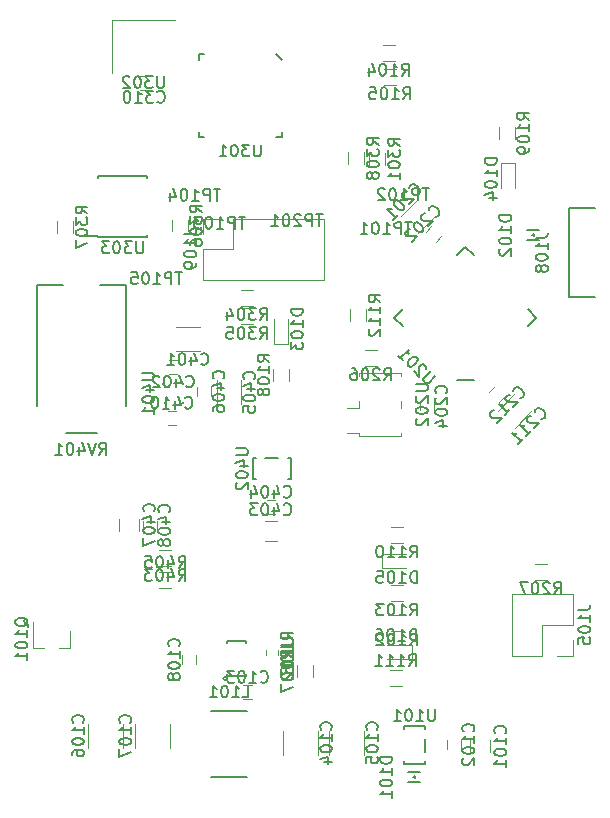
<source format=gbr>
G04 #@! TF.FileFunction,Legend,Bot*
%FSLAX46Y46*%
G04 Gerber Fmt 4.6, Leading zero omitted, Abs format (unit mm)*
G04 Created by KiCad (PCBNEW 4.0.7) date Wed Apr 18 22:54:53 2018*
%MOMM*%
%LPD*%
G01*
G04 APERTURE LIST*
%ADD10C,0.100000*%
%ADD11C,0.120000*%
%ADD12C,0.150000*%
G04 APERTURE END LIST*
D10*
D11*
X141000000Y-163200000D02*
X141000000Y-164200000D01*
X139300000Y-164200000D02*
X139300000Y-163200000D01*
X138550000Y-163900000D02*
X138550000Y-163200000D01*
X137350000Y-163200000D02*
X137350000Y-163900000D01*
X120800000Y-158500000D02*
X120100000Y-158500000D01*
X120100000Y-159700000D02*
X120800000Y-159700000D01*
X126380000Y-162400000D02*
X126380000Y-164400000D01*
X123420000Y-164400000D02*
X123420000Y-162400000D01*
X130280000Y-162400000D02*
X130280000Y-164400000D01*
X127320000Y-164400000D02*
X127320000Y-162400000D01*
X106920000Y-163800000D02*
X106920000Y-161800000D01*
X109880000Y-161800000D02*
X109880000Y-163800000D01*
X110920000Y-163800000D02*
X110920000Y-161800000D01*
X113880000Y-161800000D02*
X113880000Y-163800000D01*
X114924637Y-155998077D02*
X114924637Y-156698077D01*
X116124637Y-156698077D02*
X116124637Y-155998077D01*
X133471644Y-118785858D02*
X134885858Y-117371644D01*
X136328356Y-118814142D02*
X134914142Y-120228356D01*
X136023223Y-119628249D02*
X135528249Y-120123223D01*
X136376777Y-120971751D02*
X136871751Y-120476777D01*
X136250000Y-135250000D02*
X136250000Y-134550000D01*
X135050000Y-134550000D02*
X135050000Y-135250000D01*
X144478356Y-135314142D02*
X143064142Y-136728356D01*
X141621644Y-135285858D02*
X143035858Y-133871644D01*
X141755026Y-134543502D02*
X142250000Y-134048528D01*
X141401472Y-133200000D02*
X140906498Y-133694974D01*
X111350000Y-108100000D02*
X112050000Y-108100000D01*
X112050000Y-106900000D02*
X111350000Y-106900000D01*
X116400000Y-130220000D02*
X114400000Y-130220000D01*
X114400000Y-128180000D02*
X116400000Y-128180000D01*
X113800000Y-132200000D02*
X114500000Y-132200000D01*
X114500000Y-131000000D02*
X113800000Y-131000000D01*
X121917644Y-144579574D02*
X122917644Y-144579574D01*
X122917644Y-146279574D02*
X121917644Y-146279574D01*
X122767644Y-142829574D02*
X122067644Y-142829574D01*
X122067644Y-144029574D02*
X122767644Y-144029574D01*
X119920000Y-132700000D02*
X119920000Y-134700000D01*
X117880000Y-134700000D02*
X117880000Y-132700000D01*
X117400000Y-134000000D02*
X117400000Y-133300000D01*
X116200000Y-133300000D02*
X116200000Y-134000000D01*
X111248077Y-144425363D02*
X111248077Y-145425363D01*
X109548077Y-145425363D02*
X109548077Y-144425363D01*
X112798077Y-145325363D02*
X112798077Y-144625363D01*
X111598077Y-144625363D02*
X111598077Y-145325363D01*
X114400000Y-135300000D02*
X113700000Y-135300000D01*
X113700000Y-136500000D02*
X114400000Y-136500000D01*
D12*
X135020000Y-165900000D02*
X134020000Y-165900000D01*
X135020000Y-166700000D02*
X134020000Y-166700000D01*
X134470000Y-166300000D02*
X134620000Y-166400000D01*
X134620000Y-166200000D02*
X134470000Y-166300000D01*
X134620000Y-166400000D02*
X134620000Y-166200000D01*
X145120000Y-120000000D02*
X144120000Y-120000000D01*
X145120000Y-120800000D02*
X144120000Y-120800000D01*
X144570000Y-120400000D02*
X144720000Y-120500000D01*
X144720000Y-120300000D02*
X144570000Y-120400000D01*
X144720000Y-120500000D02*
X144720000Y-120300000D01*
D11*
X123870000Y-129650000D02*
X122730000Y-129650000D01*
X122730000Y-129650000D02*
X122730000Y-127550000D01*
X123870000Y-129650000D02*
X123870000Y-127550000D01*
X141929024Y-114315654D02*
X143069024Y-114315654D01*
X143069024Y-114315654D02*
X143069024Y-116415654D01*
X141929024Y-114315654D02*
X141929024Y-116415654D01*
X131800000Y-148570000D02*
X131800000Y-147430000D01*
X131800000Y-147430000D02*
X133900000Y-147430000D01*
X131800000Y-148570000D02*
X133900000Y-148570000D01*
X134350000Y-155130000D02*
X134350000Y-156270000D01*
X134350000Y-156270000D02*
X132250000Y-156270000D01*
X134350000Y-155130000D02*
X132250000Y-155130000D01*
X142820000Y-156030000D02*
X142820000Y-150830000D01*
X145420000Y-156030000D02*
X142820000Y-156030000D01*
X148020000Y-150830000D02*
X142820000Y-150830000D01*
X145420000Y-156030000D02*
X145420000Y-153430000D01*
X145420000Y-153430000D02*
X148020000Y-153430000D01*
X148020000Y-153430000D02*
X148020000Y-150830000D01*
X146690000Y-156030000D02*
X148020000Y-156030000D01*
X148020000Y-156030000D02*
X148020000Y-154700000D01*
D12*
X147700000Y-118150000D02*
X147700000Y-125650000D01*
X149850000Y-118150000D02*
X147700000Y-118150000D01*
X149850000Y-125650000D02*
X147700000Y-125650000D01*
D11*
X126930000Y-119030000D02*
X126930000Y-124230000D01*
X119250000Y-119030000D02*
X126930000Y-119030000D01*
X116650000Y-124230000D02*
X126930000Y-124230000D01*
X119250000Y-119030000D02*
X119250000Y-121630000D01*
X119250000Y-121630000D02*
X116650000Y-121630000D01*
X116650000Y-121630000D02*
X116650000Y-124230000D01*
X117980000Y-119030000D02*
X116650000Y-119030000D01*
X116650000Y-119030000D02*
X116650000Y-120360000D01*
D12*
X120400000Y-160700000D02*
X117400000Y-160700000D01*
X117400000Y-166300000D02*
X120400000Y-166300000D01*
D11*
X105430000Y-155360000D02*
X104500000Y-155360000D01*
X102270000Y-155360000D02*
X103200000Y-155360000D01*
X102270000Y-155360000D02*
X102270000Y-153200000D01*
X105430000Y-155360000D02*
X105430000Y-153900000D01*
X133600000Y-152570000D02*
X132600000Y-152570000D01*
X132600000Y-153930000D02*
X133600000Y-153930000D01*
X133600000Y-150020000D02*
X132600000Y-150020000D01*
X132600000Y-151380000D02*
X133600000Y-151380000D01*
X132900000Y-104320000D02*
X131900000Y-104320000D01*
X131900000Y-105680000D02*
X132900000Y-105680000D01*
X133000000Y-106320000D02*
X132000000Y-106320000D01*
X132000000Y-107680000D02*
X133000000Y-107680000D01*
X123054637Y-155498077D02*
X123054637Y-155998077D01*
X121994637Y-155998077D02*
X121994637Y-155498077D01*
X125980000Y-157800000D02*
X125980000Y-156800000D01*
X124620000Y-156800000D02*
X124620000Y-157800000D01*
X123980000Y-132750000D02*
X123980000Y-131750000D01*
X122620000Y-131750000D02*
X122620000Y-132750000D01*
X141719024Y-111265654D02*
X141719024Y-112265654D01*
X143079024Y-112265654D02*
X143079024Y-111265654D01*
X133600000Y-145120000D02*
X132600000Y-145120000D01*
X132600000Y-146480000D02*
X133600000Y-146480000D01*
X132500000Y-158580000D02*
X133500000Y-158580000D01*
X133500000Y-157220000D02*
X132500000Y-157220000D01*
X129120000Y-126700000D02*
X129120000Y-127700000D01*
X130480000Y-127700000D02*
X130480000Y-126700000D01*
X131400000Y-130120000D02*
X130400000Y-130120000D01*
X130400000Y-131480000D02*
X131400000Y-131480000D01*
X145800000Y-148220000D02*
X144800000Y-148220000D01*
X144800000Y-149580000D02*
X145800000Y-149580000D01*
X130770000Y-113450000D02*
X130770000Y-114450000D01*
X132130000Y-114450000D02*
X132130000Y-113450000D01*
X120900000Y-125020000D02*
X119900000Y-125020000D01*
X119900000Y-126380000D02*
X120900000Y-126380000D01*
X120900000Y-126620000D02*
X119900000Y-126620000D01*
X119900000Y-127980000D02*
X120900000Y-127980000D01*
X114020000Y-119100000D02*
X114020000Y-120100000D01*
X115380000Y-120100000D02*
X115380000Y-119100000D01*
X104320000Y-119200000D02*
X104320000Y-120200000D01*
X105680000Y-120200000D02*
X105680000Y-119200000D01*
X128970000Y-113400000D02*
X128970000Y-114400000D01*
X130330000Y-114400000D02*
X130330000Y-113400000D01*
X113998077Y-147095363D02*
X112998077Y-147095363D01*
X112998077Y-148455363D02*
X113998077Y-148455363D01*
X112998077Y-150255363D02*
X113998077Y-150255363D01*
X113998077Y-148895363D02*
X112998077Y-148895363D01*
D12*
X107750000Y-137150000D02*
X105050000Y-137150000D01*
X102650000Y-124600000D02*
X102650000Y-134900000D01*
X104800000Y-124600000D02*
X102650000Y-124600000D01*
X110150000Y-124600000D02*
X110150000Y-134900000D01*
X108000000Y-124600000D02*
X110150000Y-124600000D01*
X135500000Y-163050000D02*
X135500000Y-164150000D01*
X135500000Y-162000000D02*
X135500000Y-162250000D01*
X133700000Y-162000000D02*
X135500000Y-162000000D01*
X133700000Y-162250000D02*
X133700000Y-162000000D01*
X135500000Y-165200000D02*
X135500000Y-164950000D01*
X133700000Y-165200000D02*
X135500000Y-165200000D01*
X133700000Y-164950000D02*
X133700000Y-165200000D01*
X118685058Y-157948077D02*
G75*
G03X118685058Y-157948077I-141421J0D01*
G01*
X118743637Y-154748077D02*
X118743637Y-154948077D01*
X120343637Y-154748077D02*
X118743637Y-154748077D01*
X120343637Y-154948077D02*
X120343637Y-154748077D01*
X120343637Y-157548077D02*
X120343637Y-157748077D01*
X118743637Y-157748077D02*
X118743637Y-157548077D01*
X120343637Y-157748077D02*
X118743637Y-157748077D01*
X139642462Y-132667946D02*
X138157538Y-132667946D01*
X133632054Y-128142462D02*
X132889592Y-127400000D01*
X132889592Y-127400000D02*
X133632054Y-126657538D01*
X138157538Y-122132054D02*
X138900000Y-121389592D01*
X138900000Y-121389592D02*
X139642462Y-122132054D01*
X144167946Y-126657538D02*
X144910408Y-127400000D01*
X144910408Y-127400000D02*
X144167946Y-128142462D01*
D11*
X133450000Y-132320000D02*
X133450000Y-132050000D01*
X133450000Y-132050000D02*
X129850000Y-132050000D01*
X129850000Y-132050000D02*
X129850000Y-132320000D01*
X133450000Y-135020000D02*
X133450000Y-134480000D01*
X128850000Y-137180000D02*
X129850000Y-137180000D01*
X129850000Y-137180000D02*
X129850000Y-137450000D01*
X129850000Y-137450000D02*
X133450000Y-137450000D01*
X133450000Y-137450000D02*
X133450000Y-137180000D01*
X129850000Y-134480000D02*
X129850000Y-135020000D01*
X129850000Y-135020000D02*
X128850000Y-135020000D01*
D12*
X122900000Y-105100000D02*
X123350000Y-105550000D01*
X123350000Y-111650000D02*
X123350000Y-112100000D01*
X123350000Y-112100000D02*
X122900000Y-112100000D01*
X116800000Y-112100000D02*
X116350000Y-112100000D01*
X116350000Y-112100000D02*
X116350000Y-111650000D01*
X116350000Y-105550000D02*
X116350000Y-105100000D01*
X116350000Y-105100000D02*
X116800000Y-105100000D01*
D11*
X108950000Y-106700000D02*
X108950000Y-102200000D01*
X108950000Y-102200000D02*
X114350000Y-102200000D01*
D12*
X107825000Y-120575000D02*
X107825000Y-120525000D01*
X111975000Y-120575000D02*
X111975000Y-120430000D01*
X111975000Y-115425000D02*
X111975000Y-115570000D01*
X107825000Y-115425000D02*
X107825000Y-115570000D01*
X107825000Y-120575000D02*
X111975000Y-120575000D01*
X107825000Y-115425000D02*
X111975000Y-115425000D01*
X107825000Y-120525000D02*
X106425000Y-120525000D01*
X113287500Y-132950000D02*
X113287500Y-133050000D01*
X113387500Y-132950000D02*
X113287500Y-132950000D01*
X114987500Y-132950000D02*
X114887500Y-132950000D01*
X114987500Y-133050000D02*
X114987500Y-132950000D01*
X114987500Y-134650000D02*
X114887500Y-134650000D01*
X114987500Y-134550000D02*
X114987500Y-134650000D01*
X113437500Y-134650000D02*
G75*
G03X113437500Y-134650000I-50000J0D01*
G01*
X121967644Y-139279574D02*
X123067644Y-139279574D01*
X120917644Y-139279574D02*
X121167644Y-139279574D01*
X120917644Y-141079574D02*
X120917644Y-139279574D01*
X121167644Y-141079574D02*
X120917644Y-141079574D01*
X124117644Y-139279574D02*
X123867644Y-139279574D01*
X124117644Y-141079574D02*
X124117644Y-139279574D01*
X123867644Y-141079574D02*
X124117644Y-141079574D01*
X142257143Y-162580953D02*
X142304762Y-162533334D01*
X142352381Y-162390477D01*
X142352381Y-162295239D01*
X142304762Y-162152381D01*
X142209524Y-162057143D01*
X142114286Y-162009524D01*
X141923810Y-161961905D01*
X141780952Y-161961905D01*
X141590476Y-162009524D01*
X141495238Y-162057143D01*
X141400000Y-162152381D01*
X141352381Y-162295239D01*
X141352381Y-162390477D01*
X141400000Y-162533334D01*
X141447619Y-162580953D01*
X142352381Y-163533334D02*
X142352381Y-162961905D01*
X142352381Y-163247619D02*
X141352381Y-163247619D01*
X141495238Y-163152381D01*
X141590476Y-163057143D01*
X141638095Y-162961905D01*
X141352381Y-164152381D02*
X141352381Y-164247620D01*
X141400000Y-164342858D01*
X141447619Y-164390477D01*
X141542857Y-164438096D01*
X141733333Y-164485715D01*
X141971429Y-164485715D01*
X142161905Y-164438096D01*
X142257143Y-164390477D01*
X142304762Y-164342858D01*
X142352381Y-164247620D01*
X142352381Y-164152381D01*
X142304762Y-164057143D01*
X142257143Y-164009524D01*
X142161905Y-163961905D01*
X141971429Y-163914286D01*
X141733333Y-163914286D01*
X141542857Y-163961905D01*
X141447619Y-164009524D01*
X141400000Y-164057143D01*
X141352381Y-164152381D01*
X142352381Y-165438096D02*
X142352381Y-164866667D01*
X142352381Y-165152381D02*
X141352381Y-165152381D01*
X141495238Y-165057143D01*
X141590476Y-164961905D01*
X141638095Y-164866667D01*
X139557143Y-162430953D02*
X139604762Y-162383334D01*
X139652381Y-162240477D01*
X139652381Y-162145239D01*
X139604762Y-162002381D01*
X139509524Y-161907143D01*
X139414286Y-161859524D01*
X139223810Y-161811905D01*
X139080952Y-161811905D01*
X138890476Y-161859524D01*
X138795238Y-161907143D01*
X138700000Y-162002381D01*
X138652381Y-162145239D01*
X138652381Y-162240477D01*
X138700000Y-162383334D01*
X138747619Y-162430953D01*
X139652381Y-163383334D02*
X139652381Y-162811905D01*
X139652381Y-163097619D02*
X138652381Y-163097619D01*
X138795238Y-163002381D01*
X138890476Y-162907143D01*
X138938095Y-162811905D01*
X138652381Y-164002381D02*
X138652381Y-164097620D01*
X138700000Y-164192858D01*
X138747619Y-164240477D01*
X138842857Y-164288096D01*
X139033333Y-164335715D01*
X139271429Y-164335715D01*
X139461905Y-164288096D01*
X139557143Y-164240477D01*
X139604762Y-164192858D01*
X139652381Y-164097620D01*
X139652381Y-164002381D01*
X139604762Y-163907143D01*
X139557143Y-163859524D01*
X139461905Y-163811905D01*
X139271429Y-163764286D01*
X139033333Y-163764286D01*
X138842857Y-163811905D01*
X138747619Y-163859524D01*
X138700000Y-163907143D01*
X138652381Y-164002381D01*
X138747619Y-164716667D02*
X138700000Y-164764286D01*
X138652381Y-164859524D01*
X138652381Y-165097620D01*
X138700000Y-165192858D01*
X138747619Y-165240477D01*
X138842857Y-165288096D01*
X138938095Y-165288096D01*
X139080952Y-165240477D01*
X139652381Y-164669048D01*
X139652381Y-165288096D01*
X121569047Y-158207143D02*
X121616666Y-158254762D01*
X121759523Y-158302381D01*
X121854761Y-158302381D01*
X121997619Y-158254762D01*
X122092857Y-158159524D01*
X122140476Y-158064286D01*
X122188095Y-157873810D01*
X122188095Y-157730952D01*
X122140476Y-157540476D01*
X122092857Y-157445238D01*
X121997619Y-157350000D01*
X121854761Y-157302381D01*
X121759523Y-157302381D01*
X121616666Y-157350000D01*
X121569047Y-157397619D01*
X120616666Y-158302381D02*
X121188095Y-158302381D01*
X120902381Y-158302381D02*
X120902381Y-157302381D01*
X120997619Y-157445238D01*
X121092857Y-157540476D01*
X121188095Y-157588095D01*
X119997619Y-157302381D02*
X119902380Y-157302381D01*
X119807142Y-157350000D01*
X119759523Y-157397619D01*
X119711904Y-157492857D01*
X119664285Y-157683333D01*
X119664285Y-157921429D01*
X119711904Y-158111905D01*
X119759523Y-158207143D01*
X119807142Y-158254762D01*
X119902380Y-158302381D01*
X119997619Y-158302381D01*
X120092857Y-158254762D01*
X120140476Y-158207143D01*
X120188095Y-158111905D01*
X120235714Y-157921429D01*
X120235714Y-157683333D01*
X120188095Y-157492857D01*
X120140476Y-157397619D01*
X120092857Y-157350000D01*
X119997619Y-157302381D01*
X119330952Y-157302381D02*
X118711904Y-157302381D01*
X119045238Y-157683333D01*
X118902380Y-157683333D01*
X118807142Y-157730952D01*
X118759523Y-157778571D01*
X118711904Y-157873810D01*
X118711904Y-158111905D01*
X118759523Y-158207143D01*
X118807142Y-158254762D01*
X118902380Y-158302381D01*
X119188095Y-158302381D01*
X119283333Y-158254762D01*
X119330952Y-158207143D01*
X127507143Y-162280953D02*
X127554762Y-162233334D01*
X127602381Y-162090477D01*
X127602381Y-161995239D01*
X127554762Y-161852381D01*
X127459524Y-161757143D01*
X127364286Y-161709524D01*
X127173810Y-161661905D01*
X127030952Y-161661905D01*
X126840476Y-161709524D01*
X126745238Y-161757143D01*
X126650000Y-161852381D01*
X126602381Y-161995239D01*
X126602381Y-162090477D01*
X126650000Y-162233334D01*
X126697619Y-162280953D01*
X127602381Y-163233334D02*
X127602381Y-162661905D01*
X127602381Y-162947619D02*
X126602381Y-162947619D01*
X126745238Y-162852381D01*
X126840476Y-162757143D01*
X126888095Y-162661905D01*
X126602381Y-163852381D02*
X126602381Y-163947620D01*
X126650000Y-164042858D01*
X126697619Y-164090477D01*
X126792857Y-164138096D01*
X126983333Y-164185715D01*
X127221429Y-164185715D01*
X127411905Y-164138096D01*
X127507143Y-164090477D01*
X127554762Y-164042858D01*
X127602381Y-163947620D01*
X127602381Y-163852381D01*
X127554762Y-163757143D01*
X127507143Y-163709524D01*
X127411905Y-163661905D01*
X127221429Y-163614286D01*
X126983333Y-163614286D01*
X126792857Y-163661905D01*
X126697619Y-163709524D01*
X126650000Y-163757143D01*
X126602381Y-163852381D01*
X126935714Y-165042858D02*
X127602381Y-165042858D01*
X126554762Y-164804762D02*
X127269048Y-164566667D01*
X127269048Y-165185715D01*
X131407143Y-162280953D02*
X131454762Y-162233334D01*
X131502381Y-162090477D01*
X131502381Y-161995239D01*
X131454762Y-161852381D01*
X131359524Y-161757143D01*
X131264286Y-161709524D01*
X131073810Y-161661905D01*
X130930952Y-161661905D01*
X130740476Y-161709524D01*
X130645238Y-161757143D01*
X130550000Y-161852381D01*
X130502381Y-161995239D01*
X130502381Y-162090477D01*
X130550000Y-162233334D01*
X130597619Y-162280953D01*
X131502381Y-163233334D02*
X131502381Y-162661905D01*
X131502381Y-162947619D02*
X130502381Y-162947619D01*
X130645238Y-162852381D01*
X130740476Y-162757143D01*
X130788095Y-162661905D01*
X130502381Y-163852381D02*
X130502381Y-163947620D01*
X130550000Y-164042858D01*
X130597619Y-164090477D01*
X130692857Y-164138096D01*
X130883333Y-164185715D01*
X131121429Y-164185715D01*
X131311905Y-164138096D01*
X131407143Y-164090477D01*
X131454762Y-164042858D01*
X131502381Y-163947620D01*
X131502381Y-163852381D01*
X131454762Y-163757143D01*
X131407143Y-163709524D01*
X131311905Y-163661905D01*
X131121429Y-163614286D01*
X130883333Y-163614286D01*
X130692857Y-163661905D01*
X130597619Y-163709524D01*
X130550000Y-163757143D01*
X130502381Y-163852381D01*
X130502381Y-165090477D02*
X130502381Y-164614286D01*
X130978571Y-164566667D01*
X130930952Y-164614286D01*
X130883333Y-164709524D01*
X130883333Y-164947620D01*
X130930952Y-165042858D01*
X130978571Y-165090477D01*
X131073810Y-165138096D01*
X131311905Y-165138096D01*
X131407143Y-165090477D01*
X131454762Y-165042858D01*
X131502381Y-164947620D01*
X131502381Y-164709524D01*
X131454762Y-164614286D01*
X131407143Y-164566667D01*
X106507143Y-161680953D02*
X106554762Y-161633334D01*
X106602381Y-161490477D01*
X106602381Y-161395239D01*
X106554762Y-161252381D01*
X106459524Y-161157143D01*
X106364286Y-161109524D01*
X106173810Y-161061905D01*
X106030952Y-161061905D01*
X105840476Y-161109524D01*
X105745238Y-161157143D01*
X105650000Y-161252381D01*
X105602381Y-161395239D01*
X105602381Y-161490477D01*
X105650000Y-161633334D01*
X105697619Y-161680953D01*
X106602381Y-162633334D02*
X106602381Y-162061905D01*
X106602381Y-162347619D02*
X105602381Y-162347619D01*
X105745238Y-162252381D01*
X105840476Y-162157143D01*
X105888095Y-162061905D01*
X105602381Y-163252381D02*
X105602381Y-163347620D01*
X105650000Y-163442858D01*
X105697619Y-163490477D01*
X105792857Y-163538096D01*
X105983333Y-163585715D01*
X106221429Y-163585715D01*
X106411905Y-163538096D01*
X106507143Y-163490477D01*
X106554762Y-163442858D01*
X106602381Y-163347620D01*
X106602381Y-163252381D01*
X106554762Y-163157143D01*
X106507143Y-163109524D01*
X106411905Y-163061905D01*
X106221429Y-163014286D01*
X105983333Y-163014286D01*
X105792857Y-163061905D01*
X105697619Y-163109524D01*
X105650000Y-163157143D01*
X105602381Y-163252381D01*
X105602381Y-164442858D02*
X105602381Y-164252381D01*
X105650000Y-164157143D01*
X105697619Y-164109524D01*
X105840476Y-164014286D01*
X106030952Y-163966667D01*
X106411905Y-163966667D01*
X106507143Y-164014286D01*
X106554762Y-164061905D01*
X106602381Y-164157143D01*
X106602381Y-164347620D01*
X106554762Y-164442858D01*
X106507143Y-164490477D01*
X106411905Y-164538096D01*
X106173810Y-164538096D01*
X106078571Y-164490477D01*
X106030952Y-164442858D01*
X105983333Y-164347620D01*
X105983333Y-164157143D01*
X106030952Y-164061905D01*
X106078571Y-164014286D01*
X106173810Y-163966667D01*
X110507143Y-161680953D02*
X110554762Y-161633334D01*
X110602381Y-161490477D01*
X110602381Y-161395239D01*
X110554762Y-161252381D01*
X110459524Y-161157143D01*
X110364286Y-161109524D01*
X110173810Y-161061905D01*
X110030952Y-161061905D01*
X109840476Y-161109524D01*
X109745238Y-161157143D01*
X109650000Y-161252381D01*
X109602381Y-161395239D01*
X109602381Y-161490477D01*
X109650000Y-161633334D01*
X109697619Y-161680953D01*
X110602381Y-162633334D02*
X110602381Y-162061905D01*
X110602381Y-162347619D02*
X109602381Y-162347619D01*
X109745238Y-162252381D01*
X109840476Y-162157143D01*
X109888095Y-162061905D01*
X109602381Y-163252381D02*
X109602381Y-163347620D01*
X109650000Y-163442858D01*
X109697619Y-163490477D01*
X109792857Y-163538096D01*
X109983333Y-163585715D01*
X110221429Y-163585715D01*
X110411905Y-163538096D01*
X110507143Y-163490477D01*
X110554762Y-163442858D01*
X110602381Y-163347620D01*
X110602381Y-163252381D01*
X110554762Y-163157143D01*
X110507143Y-163109524D01*
X110411905Y-163061905D01*
X110221429Y-163014286D01*
X109983333Y-163014286D01*
X109792857Y-163061905D01*
X109697619Y-163109524D01*
X109650000Y-163157143D01*
X109602381Y-163252381D01*
X109602381Y-163919048D02*
X109602381Y-164585715D01*
X110602381Y-164157143D01*
X114631780Y-155229030D02*
X114679399Y-155181411D01*
X114727018Y-155038554D01*
X114727018Y-154943316D01*
X114679399Y-154800458D01*
X114584161Y-154705220D01*
X114488923Y-154657601D01*
X114298447Y-154609982D01*
X114155589Y-154609982D01*
X113965113Y-154657601D01*
X113869875Y-154705220D01*
X113774637Y-154800458D01*
X113727018Y-154943316D01*
X113727018Y-155038554D01*
X113774637Y-155181411D01*
X113822256Y-155229030D01*
X114727018Y-156181411D02*
X114727018Y-155609982D01*
X114727018Y-155895696D02*
X113727018Y-155895696D01*
X113869875Y-155800458D01*
X113965113Y-155705220D01*
X114012732Y-155609982D01*
X113727018Y-156800458D02*
X113727018Y-156895697D01*
X113774637Y-156990935D01*
X113822256Y-157038554D01*
X113917494Y-157086173D01*
X114107970Y-157133792D01*
X114346066Y-157133792D01*
X114536542Y-157086173D01*
X114631780Y-157038554D01*
X114679399Y-156990935D01*
X114727018Y-156895697D01*
X114727018Y-156800458D01*
X114679399Y-156705220D01*
X114631780Y-156657601D01*
X114536542Y-156609982D01*
X114346066Y-156562363D01*
X114107970Y-156562363D01*
X113917494Y-156609982D01*
X113822256Y-156657601D01*
X113774637Y-156705220D01*
X113727018Y-156800458D01*
X114155589Y-157705220D02*
X114107970Y-157609982D01*
X114060351Y-157562363D01*
X113965113Y-157514744D01*
X113917494Y-157514744D01*
X113822256Y-157562363D01*
X113774637Y-157609982D01*
X113727018Y-157705220D01*
X113727018Y-157895697D01*
X113774637Y-157990935D01*
X113822256Y-158038554D01*
X113917494Y-158086173D01*
X113965113Y-158086173D01*
X114060351Y-158038554D01*
X114107970Y-157990935D01*
X114155589Y-157895697D01*
X114155589Y-157705220D01*
X114203208Y-157609982D01*
X114250827Y-157562363D01*
X114346066Y-157514744D01*
X114536542Y-157514744D01*
X114631780Y-157562363D01*
X114679399Y-157609982D01*
X114727018Y-157705220D01*
X114727018Y-157895697D01*
X114679399Y-157990935D01*
X114631780Y-158038554D01*
X114536542Y-158086173D01*
X114346066Y-158086173D01*
X114250827Y-158038554D01*
X114203208Y-157990935D01*
X114155589Y-157895697D01*
X134706387Y-117023816D02*
X134773730Y-117023816D01*
X134908417Y-116956472D01*
X134975761Y-116889129D01*
X135043105Y-116754441D01*
X135043105Y-116619754D01*
X135009433Y-116518739D01*
X134908418Y-116350380D01*
X134807402Y-116249365D01*
X134639044Y-116148349D01*
X134538028Y-116114678D01*
X134403341Y-116114678D01*
X134268654Y-116182022D01*
X134201310Y-116249365D01*
X134133967Y-116384052D01*
X134133967Y-116451396D01*
X133864593Y-116720769D02*
X133797250Y-116720769D01*
X133696235Y-116754441D01*
X133527875Y-116922800D01*
X133494204Y-117023816D01*
X133494204Y-117091159D01*
X133527875Y-117192174D01*
X133595219Y-117259518D01*
X133729906Y-117326861D01*
X134538028Y-117326861D01*
X134100295Y-117764594D01*
X132955456Y-117495220D02*
X132888112Y-117562564D01*
X132854440Y-117663579D01*
X132854440Y-117730922D01*
X132888112Y-117831937D01*
X132989127Y-118000296D01*
X133157487Y-118168655D01*
X133325845Y-118269670D01*
X133426860Y-118303342D01*
X133494204Y-118303342D01*
X133595219Y-118269670D01*
X133662563Y-118202326D01*
X133696235Y-118101311D01*
X133696235Y-118033968D01*
X133662563Y-117932953D01*
X133561548Y-117764594D01*
X133393189Y-117596235D01*
X133224830Y-117495220D01*
X133123815Y-117461548D01*
X133056471Y-117461548D01*
X132955456Y-117495220D01*
X132753425Y-119111464D02*
X133157487Y-118707403D01*
X132955456Y-118909433D02*
X132248349Y-118202326D01*
X132416708Y-118235998D01*
X132551395Y-118235998D01*
X132652410Y-118202326D01*
X136359941Y-118877370D02*
X136427284Y-118877370D01*
X136561971Y-118810026D01*
X136629315Y-118742683D01*
X136696659Y-118607995D01*
X136696659Y-118473308D01*
X136662987Y-118372293D01*
X136561972Y-118203934D01*
X136460956Y-118102919D01*
X136292598Y-118001903D01*
X136191582Y-117968232D01*
X136056895Y-117968232D01*
X135922208Y-118035576D01*
X135854864Y-118102919D01*
X135787521Y-118237606D01*
X135787521Y-118304950D01*
X135518147Y-118574323D02*
X135450804Y-118574323D01*
X135349789Y-118607995D01*
X135181429Y-118776354D01*
X135147758Y-118877370D01*
X135147758Y-118944713D01*
X135181429Y-119045728D01*
X135248773Y-119113072D01*
X135383460Y-119180415D01*
X136191582Y-119180415D01*
X135753849Y-119618148D01*
X134609010Y-119348774D02*
X134541666Y-119416118D01*
X134507994Y-119517133D01*
X134507994Y-119584476D01*
X134541666Y-119685491D01*
X134642681Y-119853850D01*
X134811041Y-120022209D01*
X134979399Y-120123224D01*
X135080414Y-120156896D01*
X135147758Y-120156896D01*
X135248773Y-120123224D01*
X135316117Y-120055880D01*
X135349789Y-119954865D01*
X135349789Y-119887522D01*
X135316117Y-119786507D01*
X135215102Y-119618148D01*
X135046743Y-119449789D01*
X134878384Y-119348774D01*
X134777369Y-119315102D01*
X134710025Y-119315102D01*
X134609010Y-119348774D01*
X134171277Y-119921193D02*
X134103934Y-119921193D01*
X134002919Y-119954865D01*
X133834559Y-120123224D01*
X133800888Y-120224240D01*
X133800888Y-120291583D01*
X133834559Y-120392598D01*
X133901903Y-120459942D01*
X134036590Y-120527285D01*
X134844712Y-120527285D01*
X134406979Y-120965018D01*
X137257143Y-133780953D02*
X137304762Y-133733334D01*
X137352381Y-133590477D01*
X137352381Y-133495239D01*
X137304762Y-133352381D01*
X137209524Y-133257143D01*
X137114286Y-133209524D01*
X136923810Y-133161905D01*
X136780952Y-133161905D01*
X136590476Y-133209524D01*
X136495238Y-133257143D01*
X136400000Y-133352381D01*
X136352381Y-133495239D01*
X136352381Y-133590477D01*
X136400000Y-133733334D01*
X136447619Y-133780953D01*
X136447619Y-134161905D02*
X136400000Y-134209524D01*
X136352381Y-134304762D01*
X136352381Y-134542858D01*
X136400000Y-134638096D01*
X136447619Y-134685715D01*
X136542857Y-134733334D01*
X136638095Y-134733334D01*
X136780952Y-134685715D01*
X137352381Y-134114286D01*
X137352381Y-134733334D01*
X136352381Y-135352381D02*
X136352381Y-135447620D01*
X136400000Y-135542858D01*
X136447619Y-135590477D01*
X136542857Y-135638096D01*
X136733333Y-135685715D01*
X136971429Y-135685715D01*
X137161905Y-135638096D01*
X137257143Y-135590477D01*
X137304762Y-135542858D01*
X137352381Y-135447620D01*
X137352381Y-135352381D01*
X137304762Y-135257143D01*
X137257143Y-135209524D01*
X137161905Y-135161905D01*
X136971429Y-135114286D01*
X136733333Y-135114286D01*
X136542857Y-135161905D01*
X136447619Y-135209524D01*
X136400000Y-135257143D01*
X136352381Y-135352381D01*
X136685714Y-136542858D02*
X137352381Y-136542858D01*
X136304762Y-136304762D02*
X137019048Y-136066667D01*
X137019048Y-136685715D01*
X145331261Y-135998690D02*
X145398604Y-135998690D01*
X145533291Y-135931346D01*
X145600635Y-135864003D01*
X145667979Y-135729315D01*
X145667979Y-135594628D01*
X145634307Y-135493613D01*
X145533292Y-135325254D01*
X145432276Y-135224239D01*
X145263918Y-135123223D01*
X145162902Y-135089552D01*
X145028215Y-135089552D01*
X144893528Y-135156896D01*
X144826184Y-135224239D01*
X144758841Y-135358926D01*
X144758841Y-135426270D01*
X144489467Y-135695643D02*
X144422124Y-135695643D01*
X144321109Y-135729315D01*
X144152749Y-135897674D01*
X144119078Y-135998690D01*
X144119078Y-136066033D01*
X144152749Y-136167048D01*
X144220093Y-136234392D01*
X144354780Y-136301735D01*
X145162902Y-136301735D01*
X144725169Y-136739468D01*
X144051734Y-137412903D02*
X144455796Y-137008842D01*
X144253765Y-137210872D02*
X143546659Y-136503765D01*
X143715017Y-136537437D01*
X143849704Y-136537437D01*
X143950719Y-136503765D01*
X143378299Y-138086338D02*
X143782361Y-137682277D01*
X143580330Y-137884307D02*
X142873223Y-137177200D01*
X143041582Y-137210872D01*
X143176269Y-137210872D01*
X143277284Y-137177200D01*
X143505956Y-134216887D02*
X143573299Y-134216887D01*
X143707986Y-134149543D01*
X143775330Y-134082200D01*
X143842674Y-133947512D01*
X143842674Y-133812825D01*
X143809002Y-133711810D01*
X143707987Y-133543451D01*
X143606971Y-133442436D01*
X143438613Y-133341420D01*
X143337597Y-133307749D01*
X143202910Y-133307749D01*
X143068223Y-133375093D01*
X143000879Y-133442436D01*
X142933536Y-133577123D01*
X142933536Y-133644467D01*
X142664162Y-133913840D02*
X142596819Y-133913840D01*
X142495804Y-133947512D01*
X142327444Y-134115871D01*
X142293773Y-134216887D01*
X142293773Y-134284230D01*
X142327444Y-134385245D01*
X142394788Y-134452589D01*
X142529475Y-134519932D01*
X143337597Y-134519932D01*
X142899864Y-134957665D01*
X142226429Y-135631100D02*
X142630491Y-135227039D01*
X142428460Y-135429069D02*
X141721354Y-134721962D01*
X141889712Y-134755634D01*
X142024399Y-134755634D01*
X142125414Y-134721962D01*
X141317292Y-135260710D02*
X141249949Y-135260710D01*
X141148934Y-135294382D01*
X140980574Y-135462741D01*
X140946903Y-135563757D01*
X140946903Y-135631100D01*
X140980574Y-135732115D01*
X141047918Y-135799459D01*
X141182605Y-135866802D01*
X141990727Y-135866802D01*
X141552994Y-136304535D01*
X112819047Y-109107143D02*
X112866666Y-109154762D01*
X113009523Y-109202381D01*
X113104761Y-109202381D01*
X113247619Y-109154762D01*
X113342857Y-109059524D01*
X113390476Y-108964286D01*
X113438095Y-108773810D01*
X113438095Y-108630952D01*
X113390476Y-108440476D01*
X113342857Y-108345238D01*
X113247619Y-108250000D01*
X113104761Y-108202381D01*
X113009523Y-108202381D01*
X112866666Y-108250000D01*
X112819047Y-108297619D01*
X112485714Y-108202381D02*
X111866666Y-108202381D01*
X112200000Y-108583333D01*
X112057142Y-108583333D01*
X111961904Y-108630952D01*
X111914285Y-108678571D01*
X111866666Y-108773810D01*
X111866666Y-109011905D01*
X111914285Y-109107143D01*
X111961904Y-109154762D01*
X112057142Y-109202381D01*
X112342857Y-109202381D01*
X112438095Y-109154762D01*
X112485714Y-109107143D01*
X110914285Y-109202381D02*
X111485714Y-109202381D01*
X111200000Y-109202381D02*
X111200000Y-108202381D01*
X111295238Y-108345238D01*
X111390476Y-108440476D01*
X111485714Y-108488095D01*
X110295238Y-108202381D02*
X110199999Y-108202381D01*
X110104761Y-108250000D01*
X110057142Y-108297619D01*
X110009523Y-108392857D01*
X109961904Y-108583333D01*
X109961904Y-108821429D01*
X110009523Y-109011905D01*
X110057142Y-109107143D01*
X110104761Y-109154762D01*
X110199999Y-109202381D01*
X110295238Y-109202381D01*
X110390476Y-109154762D01*
X110438095Y-109107143D01*
X110485714Y-109011905D01*
X110533333Y-108821429D01*
X110533333Y-108583333D01*
X110485714Y-108392857D01*
X110438095Y-108297619D01*
X110390476Y-108250000D01*
X110295238Y-108202381D01*
X116519047Y-131307143D02*
X116566666Y-131354762D01*
X116709523Y-131402381D01*
X116804761Y-131402381D01*
X116947619Y-131354762D01*
X117042857Y-131259524D01*
X117090476Y-131164286D01*
X117138095Y-130973810D01*
X117138095Y-130830952D01*
X117090476Y-130640476D01*
X117042857Y-130545238D01*
X116947619Y-130450000D01*
X116804761Y-130402381D01*
X116709523Y-130402381D01*
X116566666Y-130450000D01*
X116519047Y-130497619D01*
X115661904Y-130735714D02*
X115661904Y-131402381D01*
X115900000Y-130354762D02*
X116138095Y-131069048D01*
X115519047Y-131069048D01*
X114947619Y-130402381D02*
X114852380Y-130402381D01*
X114757142Y-130450000D01*
X114709523Y-130497619D01*
X114661904Y-130592857D01*
X114614285Y-130783333D01*
X114614285Y-131021429D01*
X114661904Y-131211905D01*
X114709523Y-131307143D01*
X114757142Y-131354762D01*
X114852380Y-131402381D01*
X114947619Y-131402381D01*
X115042857Y-131354762D01*
X115090476Y-131307143D01*
X115138095Y-131211905D01*
X115185714Y-131021429D01*
X115185714Y-130783333D01*
X115138095Y-130592857D01*
X115090476Y-130497619D01*
X115042857Y-130450000D01*
X114947619Y-130402381D01*
X113661904Y-131402381D02*
X114233333Y-131402381D01*
X113947619Y-131402381D02*
X113947619Y-130402381D01*
X114042857Y-130545238D01*
X114138095Y-130640476D01*
X114233333Y-130688095D01*
X115269047Y-133207143D02*
X115316666Y-133254762D01*
X115459523Y-133302381D01*
X115554761Y-133302381D01*
X115697619Y-133254762D01*
X115792857Y-133159524D01*
X115840476Y-133064286D01*
X115888095Y-132873810D01*
X115888095Y-132730952D01*
X115840476Y-132540476D01*
X115792857Y-132445238D01*
X115697619Y-132350000D01*
X115554761Y-132302381D01*
X115459523Y-132302381D01*
X115316666Y-132350000D01*
X115269047Y-132397619D01*
X114411904Y-132635714D02*
X114411904Y-133302381D01*
X114650000Y-132254762D02*
X114888095Y-132969048D01*
X114269047Y-132969048D01*
X113697619Y-132302381D02*
X113602380Y-132302381D01*
X113507142Y-132350000D01*
X113459523Y-132397619D01*
X113411904Y-132492857D01*
X113364285Y-132683333D01*
X113364285Y-132921429D01*
X113411904Y-133111905D01*
X113459523Y-133207143D01*
X113507142Y-133254762D01*
X113602380Y-133302381D01*
X113697619Y-133302381D01*
X113792857Y-133254762D01*
X113840476Y-133207143D01*
X113888095Y-133111905D01*
X113935714Y-132921429D01*
X113935714Y-132683333D01*
X113888095Y-132492857D01*
X113840476Y-132397619D01*
X113792857Y-132350000D01*
X113697619Y-132302381D01*
X112983333Y-132397619D02*
X112935714Y-132350000D01*
X112840476Y-132302381D01*
X112602380Y-132302381D01*
X112507142Y-132350000D01*
X112459523Y-132397619D01*
X112411904Y-132492857D01*
X112411904Y-132588095D01*
X112459523Y-132730952D01*
X113030952Y-133302381D01*
X112411904Y-133302381D01*
X123536691Y-144036717D02*
X123584310Y-144084336D01*
X123727167Y-144131955D01*
X123822405Y-144131955D01*
X123965263Y-144084336D01*
X124060501Y-143989098D01*
X124108120Y-143893860D01*
X124155739Y-143703384D01*
X124155739Y-143560526D01*
X124108120Y-143370050D01*
X124060501Y-143274812D01*
X123965263Y-143179574D01*
X123822405Y-143131955D01*
X123727167Y-143131955D01*
X123584310Y-143179574D01*
X123536691Y-143227193D01*
X122679548Y-143465288D02*
X122679548Y-144131955D01*
X122917644Y-143084336D02*
X123155739Y-143798622D01*
X122536691Y-143798622D01*
X121965263Y-143131955D02*
X121870024Y-143131955D01*
X121774786Y-143179574D01*
X121727167Y-143227193D01*
X121679548Y-143322431D01*
X121631929Y-143512907D01*
X121631929Y-143751003D01*
X121679548Y-143941479D01*
X121727167Y-144036717D01*
X121774786Y-144084336D01*
X121870024Y-144131955D01*
X121965263Y-144131955D01*
X122060501Y-144084336D01*
X122108120Y-144036717D01*
X122155739Y-143941479D01*
X122203358Y-143751003D01*
X122203358Y-143512907D01*
X122155739Y-143322431D01*
X122108120Y-143227193D01*
X122060501Y-143179574D01*
X121965263Y-143131955D01*
X121298596Y-143131955D02*
X120679548Y-143131955D01*
X121012882Y-143512907D01*
X120870024Y-143512907D01*
X120774786Y-143560526D01*
X120727167Y-143608145D01*
X120679548Y-143703384D01*
X120679548Y-143941479D01*
X120727167Y-144036717D01*
X120774786Y-144084336D01*
X120870024Y-144131955D01*
X121155739Y-144131955D01*
X121250977Y-144084336D01*
X121298596Y-144036717D01*
X123536691Y-142536717D02*
X123584310Y-142584336D01*
X123727167Y-142631955D01*
X123822405Y-142631955D01*
X123965263Y-142584336D01*
X124060501Y-142489098D01*
X124108120Y-142393860D01*
X124155739Y-142203384D01*
X124155739Y-142060526D01*
X124108120Y-141870050D01*
X124060501Y-141774812D01*
X123965263Y-141679574D01*
X123822405Y-141631955D01*
X123727167Y-141631955D01*
X123584310Y-141679574D01*
X123536691Y-141727193D01*
X122679548Y-141965288D02*
X122679548Y-142631955D01*
X122917644Y-141584336D02*
X123155739Y-142298622D01*
X122536691Y-142298622D01*
X121965263Y-141631955D02*
X121870024Y-141631955D01*
X121774786Y-141679574D01*
X121727167Y-141727193D01*
X121679548Y-141822431D01*
X121631929Y-142012907D01*
X121631929Y-142251003D01*
X121679548Y-142441479D01*
X121727167Y-142536717D01*
X121774786Y-142584336D01*
X121870024Y-142631955D01*
X121965263Y-142631955D01*
X122060501Y-142584336D01*
X122108120Y-142536717D01*
X122155739Y-142441479D01*
X122203358Y-142251003D01*
X122203358Y-142012907D01*
X122155739Y-141822431D01*
X122108120Y-141727193D01*
X122060501Y-141679574D01*
X121965263Y-141631955D01*
X120774786Y-141965288D02*
X120774786Y-142631955D01*
X121012882Y-141584336D02*
X121250977Y-142298622D01*
X120631929Y-142298622D01*
X121007143Y-132580953D02*
X121054762Y-132533334D01*
X121102381Y-132390477D01*
X121102381Y-132295239D01*
X121054762Y-132152381D01*
X120959524Y-132057143D01*
X120864286Y-132009524D01*
X120673810Y-131961905D01*
X120530952Y-131961905D01*
X120340476Y-132009524D01*
X120245238Y-132057143D01*
X120150000Y-132152381D01*
X120102381Y-132295239D01*
X120102381Y-132390477D01*
X120150000Y-132533334D01*
X120197619Y-132580953D01*
X120435714Y-133438096D02*
X121102381Y-133438096D01*
X120054762Y-133200000D02*
X120769048Y-132961905D01*
X120769048Y-133580953D01*
X120102381Y-134152381D02*
X120102381Y-134247620D01*
X120150000Y-134342858D01*
X120197619Y-134390477D01*
X120292857Y-134438096D01*
X120483333Y-134485715D01*
X120721429Y-134485715D01*
X120911905Y-134438096D01*
X121007143Y-134390477D01*
X121054762Y-134342858D01*
X121102381Y-134247620D01*
X121102381Y-134152381D01*
X121054762Y-134057143D01*
X121007143Y-134009524D01*
X120911905Y-133961905D01*
X120721429Y-133914286D01*
X120483333Y-133914286D01*
X120292857Y-133961905D01*
X120197619Y-134009524D01*
X120150000Y-134057143D01*
X120102381Y-134152381D01*
X120102381Y-135390477D02*
X120102381Y-134914286D01*
X120578571Y-134866667D01*
X120530952Y-134914286D01*
X120483333Y-135009524D01*
X120483333Y-135247620D01*
X120530952Y-135342858D01*
X120578571Y-135390477D01*
X120673810Y-135438096D01*
X120911905Y-135438096D01*
X121007143Y-135390477D01*
X121054762Y-135342858D01*
X121102381Y-135247620D01*
X121102381Y-135009524D01*
X121054762Y-134914286D01*
X121007143Y-134866667D01*
X118407143Y-132530953D02*
X118454762Y-132483334D01*
X118502381Y-132340477D01*
X118502381Y-132245239D01*
X118454762Y-132102381D01*
X118359524Y-132007143D01*
X118264286Y-131959524D01*
X118073810Y-131911905D01*
X117930952Y-131911905D01*
X117740476Y-131959524D01*
X117645238Y-132007143D01*
X117550000Y-132102381D01*
X117502381Y-132245239D01*
X117502381Y-132340477D01*
X117550000Y-132483334D01*
X117597619Y-132530953D01*
X117835714Y-133388096D02*
X118502381Y-133388096D01*
X117454762Y-133150000D02*
X118169048Y-132911905D01*
X118169048Y-133530953D01*
X117502381Y-134102381D02*
X117502381Y-134197620D01*
X117550000Y-134292858D01*
X117597619Y-134340477D01*
X117692857Y-134388096D01*
X117883333Y-134435715D01*
X118121429Y-134435715D01*
X118311905Y-134388096D01*
X118407143Y-134340477D01*
X118454762Y-134292858D01*
X118502381Y-134197620D01*
X118502381Y-134102381D01*
X118454762Y-134007143D01*
X118407143Y-133959524D01*
X118311905Y-133911905D01*
X118121429Y-133864286D01*
X117883333Y-133864286D01*
X117692857Y-133911905D01*
X117597619Y-133959524D01*
X117550000Y-134007143D01*
X117502381Y-134102381D01*
X117502381Y-135292858D02*
X117502381Y-135102381D01*
X117550000Y-135007143D01*
X117597619Y-134959524D01*
X117740476Y-134864286D01*
X117930952Y-134816667D01*
X118311905Y-134816667D01*
X118407143Y-134864286D01*
X118454762Y-134911905D01*
X118502381Y-135007143D01*
X118502381Y-135197620D01*
X118454762Y-135292858D01*
X118407143Y-135340477D01*
X118311905Y-135388096D01*
X118073810Y-135388096D01*
X117978571Y-135340477D01*
X117930952Y-135292858D01*
X117883333Y-135197620D01*
X117883333Y-135007143D01*
X117930952Y-134911905D01*
X117978571Y-134864286D01*
X118073810Y-134816667D01*
X112505220Y-143806316D02*
X112552839Y-143758697D01*
X112600458Y-143615840D01*
X112600458Y-143520602D01*
X112552839Y-143377744D01*
X112457601Y-143282506D01*
X112362363Y-143234887D01*
X112171887Y-143187268D01*
X112029029Y-143187268D01*
X111838553Y-143234887D01*
X111743315Y-143282506D01*
X111648077Y-143377744D01*
X111600458Y-143520602D01*
X111600458Y-143615840D01*
X111648077Y-143758697D01*
X111695696Y-143806316D01*
X111933791Y-144663459D02*
X112600458Y-144663459D01*
X111552839Y-144425363D02*
X112267125Y-144187268D01*
X112267125Y-144806316D01*
X111600458Y-145377744D02*
X111600458Y-145472983D01*
X111648077Y-145568221D01*
X111695696Y-145615840D01*
X111790934Y-145663459D01*
X111981410Y-145711078D01*
X112219506Y-145711078D01*
X112409982Y-145663459D01*
X112505220Y-145615840D01*
X112552839Y-145568221D01*
X112600458Y-145472983D01*
X112600458Y-145377744D01*
X112552839Y-145282506D01*
X112505220Y-145234887D01*
X112409982Y-145187268D01*
X112219506Y-145139649D01*
X111981410Y-145139649D01*
X111790934Y-145187268D01*
X111695696Y-145234887D01*
X111648077Y-145282506D01*
X111600458Y-145377744D01*
X111600458Y-146044411D02*
X111600458Y-146711078D01*
X112600458Y-146282506D01*
X113805220Y-143856316D02*
X113852839Y-143808697D01*
X113900458Y-143665840D01*
X113900458Y-143570602D01*
X113852839Y-143427744D01*
X113757601Y-143332506D01*
X113662363Y-143284887D01*
X113471887Y-143237268D01*
X113329029Y-143237268D01*
X113138553Y-143284887D01*
X113043315Y-143332506D01*
X112948077Y-143427744D01*
X112900458Y-143570602D01*
X112900458Y-143665840D01*
X112948077Y-143808697D01*
X112995696Y-143856316D01*
X113233791Y-144713459D02*
X113900458Y-144713459D01*
X112852839Y-144475363D02*
X113567125Y-144237268D01*
X113567125Y-144856316D01*
X112900458Y-145427744D02*
X112900458Y-145522983D01*
X112948077Y-145618221D01*
X112995696Y-145665840D01*
X113090934Y-145713459D01*
X113281410Y-145761078D01*
X113519506Y-145761078D01*
X113709982Y-145713459D01*
X113805220Y-145665840D01*
X113852839Y-145618221D01*
X113900458Y-145522983D01*
X113900458Y-145427744D01*
X113852839Y-145332506D01*
X113805220Y-145284887D01*
X113709982Y-145237268D01*
X113519506Y-145189649D01*
X113281410Y-145189649D01*
X113090934Y-145237268D01*
X112995696Y-145284887D01*
X112948077Y-145332506D01*
X112900458Y-145427744D01*
X113329029Y-146332506D02*
X113281410Y-146237268D01*
X113233791Y-146189649D01*
X113138553Y-146142030D01*
X113090934Y-146142030D01*
X112995696Y-146189649D01*
X112948077Y-146237268D01*
X112900458Y-146332506D01*
X112900458Y-146522983D01*
X112948077Y-146618221D01*
X112995696Y-146665840D01*
X113090934Y-146713459D01*
X113138553Y-146713459D01*
X113233791Y-146665840D01*
X113281410Y-146618221D01*
X113329029Y-146522983D01*
X113329029Y-146332506D01*
X113376648Y-146237268D01*
X113424267Y-146189649D01*
X113519506Y-146142030D01*
X113709982Y-146142030D01*
X113805220Y-146189649D01*
X113852839Y-146237268D01*
X113900458Y-146332506D01*
X113900458Y-146522983D01*
X113852839Y-146618221D01*
X113805220Y-146665840D01*
X113709982Y-146713459D01*
X113519506Y-146713459D01*
X113424267Y-146665840D01*
X113376648Y-146618221D01*
X113329029Y-146522983D01*
X115169047Y-135007143D02*
X115216666Y-135054762D01*
X115359523Y-135102381D01*
X115454761Y-135102381D01*
X115597619Y-135054762D01*
X115692857Y-134959524D01*
X115740476Y-134864286D01*
X115788095Y-134673810D01*
X115788095Y-134530952D01*
X115740476Y-134340476D01*
X115692857Y-134245238D01*
X115597619Y-134150000D01*
X115454761Y-134102381D01*
X115359523Y-134102381D01*
X115216666Y-134150000D01*
X115169047Y-134197619D01*
X114311904Y-134435714D02*
X114311904Y-135102381D01*
X114550000Y-134054762D02*
X114788095Y-134769048D01*
X114169047Y-134769048D01*
X113264285Y-135102381D02*
X113835714Y-135102381D01*
X113550000Y-135102381D02*
X113550000Y-134102381D01*
X113645238Y-134245238D01*
X113740476Y-134340476D01*
X113835714Y-134388095D01*
X112645238Y-134102381D02*
X112549999Y-134102381D01*
X112454761Y-134150000D01*
X112407142Y-134197619D01*
X112359523Y-134292857D01*
X112311904Y-134483333D01*
X112311904Y-134721429D01*
X112359523Y-134911905D01*
X112407142Y-135007143D01*
X112454761Y-135054762D01*
X112549999Y-135102381D01*
X112645238Y-135102381D01*
X112740476Y-135054762D01*
X112788095Y-135007143D01*
X112835714Y-134911905D01*
X112883333Y-134721429D01*
X112883333Y-134483333D01*
X112835714Y-134292857D01*
X112788095Y-134197619D01*
X112740476Y-134150000D01*
X112645238Y-134102381D01*
X132672381Y-164609524D02*
X131672381Y-164609524D01*
X131672381Y-164847619D01*
X131720000Y-164990477D01*
X131815238Y-165085715D01*
X131910476Y-165133334D01*
X132100952Y-165180953D01*
X132243810Y-165180953D01*
X132434286Y-165133334D01*
X132529524Y-165085715D01*
X132624762Y-164990477D01*
X132672381Y-164847619D01*
X132672381Y-164609524D01*
X132672381Y-166133334D02*
X132672381Y-165561905D01*
X132672381Y-165847619D02*
X131672381Y-165847619D01*
X131815238Y-165752381D01*
X131910476Y-165657143D01*
X131958095Y-165561905D01*
X131672381Y-166752381D02*
X131672381Y-166847620D01*
X131720000Y-166942858D01*
X131767619Y-166990477D01*
X131862857Y-167038096D01*
X132053333Y-167085715D01*
X132291429Y-167085715D01*
X132481905Y-167038096D01*
X132577143Y-166990477D01*
X132624762Y-166942858D01*
X132672381Y-166847620D01*
X132672381Y-166752381D01*
X132624762Y-166657143D01*
X132577143Y-166609524D01*
X132481905Y-166561905D01*
X132291429Y-166514286D01*
X132053333Y-166514286D01*
X131862857Y-166561905D01*
X131767619Y-166609524D01*
X131720000Y-166657143D01*
X131672381Y-166752381D01*
X132672381Y-168038096D02*
X132672381Y-167466667D01*
X132672381Y-167752381D02*
X131672381Y-167752381D01*
X131815238Y-167657143D01*
X131910476Y-167561905D01*
X131958095Y-167466667D01*
X142772381Y-118709524D02*
X141772381Y-118709524D01*
X141772381Y-118947619D01*
X141820000Y-119090477D01*
X141915238Y-119185715D01*
X142010476Y-119233334D01*
X142200952Y-119280953D01*
X142343810Y-119280953D01*
X142534286Y-119233334D01*
X142629524Y-119185715D01*
X142724762Y-119090477D01*
X142772381Y-118947619D01*
X142772381Y-118709524D01*
X142772381Y-120233334D02*
X142772381Y-119661905D01*
X142772381Y-119947619D02*
X141772381Y-119947619D01*
X141915238Y-119852381D01*
X142010476Y-119757143D01*
X142058095Y-119661905D01*
X141772381Y-120852381D02*
X141772381Y-120947620D01*
X141820000Y-121042858D01*
X141867619Y-121090477D01*
X141962857Y-121138096D01*
X142153333Y-121185715D01*
X142391429Y-121185715D01*
X142581905Y-121138096D01*
X142677143Y-121090477D01*
X142724762Y-121042858D01*
X142772381Y-120947620D01*
X142772381Y-120852381D01*
X142724762Y-120757143D01*
X142677143Y-120709524D01*
X142581905Y-120661905D01*
X142391429Y-120614286D01*
X142153333Y-120614286D01*
X141962857Y-120661905D01*
X141867619Y-120709524D01*
X141820000Y-120757143D01*
X141772381Y-120852381D01*
X141867619Y-121566667D02*
X141820000Y-121614286D01*
X141772381Y-121709524D01*
X141772381Y-121947620D01*
X141820000Y-122042858D01*
X141867619Y-122090477D01*
X141962857Y-122138096D01*
X142058095Y-122138096D01*
X142200952Y-122090477D01*
X142772381Y-121519048D01*
X142772381Y-122138096D01*
X125152381Y-126659524D02*
X124152381Y-126659524D01*
X124152381Y-126897619D01*
X124200000Y-127040477D01*
X124295238Y-127135715D01*
X124390476Y-127183334D01*
X124580952Y-127230953D01*
X124723810Y-127230953D01*
X124914286Y-127183334D01*
X125009524Y-127135715D01*
X125104762Y-127040477D01*
X125152381Y-126897619D01*
X125152381Y-126659524D01*
X125152381Y-128183334D02*
X125152381Y-127611905D01*
X125152381Y-127897619D02*
X124152381Y-127897619D01*
X124295238Y-127802381D01*
X124390476Y-127707143D01*
X124438095Y-127611905D01*
X124152381Y-128802381D02*
X124152381Y-128897620D01*
X124200000Y-128992858D01*
X124247619Y-129040477D01*
X124342857Y-129088096D01*
X124533333Y-129135715D01*
X124771429Y-129135715D01*
X124961905Y-129088096D01*
X125057143Y-129040477D01*
X125104762Y-128992858D01*
X125152381Y-128897620D01*
X125152381Y-128802381D01*
X125104762Y-128707143D01*
X125057143Y-128659524D01*
X124961905Y-128611905D01*
X124771429Y-128564286D01*
X124533333Y-128564286D01*
X124342857Y-128611905D01*
X124247619Y-128659524D01*
X124200000Y-128707143D01*
X124152381Y-128802381D01*
X124152381Y-129469048D02*
X124152381Y-130088096D01*
X124533333Y-129754762D01*
X124533333Y-129897620D01*
X124580952Y-129992858D01*
X124628571Y-130040477D01*
X124723810Y-130088096D01*
X124961905Y-130088096D01*
X125057143Y-130040477D01*
X125104762Y-129992858D01*
X125152381Y-129897620D01*
X125152381Y-129611905D01*
X125104762Y-129516667D01*
X125057143Y-129469048D01*
X141551405Y-113925178D02*
X140551405Y-113925178D01*
X140551405Y-114163273D01*
X140599024Y-114306131D01*
X140694262Y-114401369D01*
X140789500Y-114448988D01*
X140979976Y-114496607D01*
X141122834Y-114496607D01*
X141313310Y-114448988D01*
X141408548Y-114401369D01*
X141503786Y-114306131D01*
X141551405Y-114163273D01*
X141551405Y-113925178D01*
X141551405Y-115448988D02*
X141551405Y-114877559D01*
X141551405Y-115163273D02*
X140551405Y-115163273D01*
X140694262Y-115068035D01*
X140789500Y-114972797D01*
X140837119Y-114877559D01*
X140551405Y-116068035D02*
X140551405Y-116163274D01*
X140599024Y-116258512D01*
X140646643Y-116306131D01*
X140741881Y-116353750D01*
X140932357Y-116401369D01*
X141170453Y-116401369D01*
X141360929Y-116353750D01*
X141456167Y-116306131D01*
X141503786Y-116258512D01*
X141551405Y-116163274D01*
X141551405Y-116068035D01*
X141503786Y-115972797D01*
X141456167Y-115925178D01*
X141360929Y-115877559D01*
X141170453Y-115829940D01*
X140932357Y-115829940D01*
X140741881Y-115877559D01*
X140646643Y-115925178D01*
X140599024Y-115972797D01*
X140551405Y-116068035D01*
X140884738Y-117258512D02*
X141551405Y-117258512D01*
X140503786Y-117020416D02*
X141218072Y-116782321D01*
X141218072Y-117401369D01*
X134790476Y-149852381D02*
X134790476Y-148852381D01*
X134552381Y-148852381D01*
X134409523Y-148900000D01*
X134314285Y-148995238D01*
X134266666Y-149090476D01*
X134219047Y-149280952D01*
X134219047Y-149423810D01*
X134266666Y-149614286D01*
X134314285Y-149709524D01*
X134409523Y-149804762D01*
X134552381Y-149852381D01*
X134790476Y-149852381D01*
X133266666Y-149852381D02*
X133838095Y-149852381D01*
X133552381Y-149852381D02*
X133552381Y-148852381D01*
X133647619Y-148995238D01*
X133742857Y-149090476D01*
X133838095Y-149138095D01*
X132647619Y-148852381D02*
X132552380Y-148852381D01*
X132457142Y-148900000D01*
X132409523Y-148947619D01*
X132361904Y-149042857D01*
X132314285Y-149233333D01*
X132314285Y-149471429D01*
X132361904Y-149661905D01*
X132409523Y-149757143D01*
X132457142Y-149804762D01*
X132552380Y-149852381D01*
X132647619Y-149852381D01*
X132742857Y-149804762D01*
X132790476Y-149757143D01*
X132838095Y-149661905D01*
X132885714Y-149471429D01*
X132885714Y-149233333D01*
X132838095Y-149042857D01*
X132790476Y-148947619D01*
X132742857Y-148900000D01*
X132647619Y-148852381D01*
X131409523Y-148852381D02*
X131885714Y-148852381D01*
X131933333Y-149328571D01*
X131885714Y-149280952D01*
X131790476Y-149233333D01*
X131552380Y-149233333D01*
X131457142Y-149280952D01*
X131409523Y-149328571D01*
X131361904Y-149423810D01*
X131361904Y-149661905D01*
X131409523Y-149757143D01*
X131457142Y-149804762D01*
X131552380Y-149852381D01*
X131790476Y-149852381D01*
X131885714Y-149804762D01*
X131933333Y-149757143D01*
X134740476Y-154752381D02*
X134740476Y-153752381D01*
X134502381Y-153752381D01*
X134359523Y-153800000D01*
X134264285Y-153895238D01*
X134216666Y-153990476D01*
X134169047Y-154180952D01*
X134169047Y-154323810D01*
X134216666Y-154514286D01*
X134264285Y-154609524D01*
X134359523Y-154704762D01*
X134502381Y-154752381D01*
X134740476Y-154752381D01*
X133216666Y-154752381D02*
X133788095Y-154752381D01*
X133502381Y-154752381D02*
X133502381Y-153752381D01*
X133597619Y-153895238D01*
X133692857Y-153990476D01*
X133788095Y-154038095D01*
X132597619Y-153752381D02*
X132502380Y-153752381D01*
X132407142Y-153800000D01*
X132359523Y-153847619D01*
X132311904Y-153942857D01*
X132264285Y-154133333D01*
X132264285Y-154371429D01*
X132311904Y-154561905D01*
X132359523Y-154657143D01*
X132407142Y-154704762D01*
X132502380Y-154752381D01*
X132597619Y-154752381D01*
X132692857Y-154704762D01*
X132740476Y-154657143D01*
X132788095Y-154561905D01*
X132835714Y-154371429D01*
X132835714Y-154133333D01*
X132788095Y-153942857D01*
X132740476Y-153847619D01*
X132692857Y-153800000D01*
X132597619Y-153752381D01*
X131407142Y-153752381D02*
X131597619Y-153752381D01*
X131692857Y-153800000D01*
X131740476Y-153847619D01*
X131835714Y-153990476D01*
X131883333Y-154180952D01*
X131883333Y-154561905D01*
X131835714Y-154657143D01*
X131788095Y-154704762D01*
X131692857Y-154752381D01*
X131502380Y-154752381D01*
X131407142Y-154704762D01*
X131359523Y-154657143D01*
X131311904Y-154561905D01*
X131311904Y-154323810D01*
X131359523Y-154228571D01*
X131407142Y-154180952D01*
X131502380Y-154133333D01*
X131692857Y-154133333D01*
X131788095Y-154180952D01*
X131835714Y-154228571D01*
X131883333Y-154323810D01*
X148472381Y-152144286D02*
X149186667Y-152144286D01*
X149329524Y-152096666D01*
X149424762Y-152001428D01*
X149472381Y-151858571D01*
X149472381Y-151763333D01*
X149472381Y-153144286D02*
X149472381Y-152572857D01*
X149472381Y-152858571D02*
X148472381Y-152858571D01*
X148615238Y-152763333D01*
X148710476Y-152668095D01*
X148758095Y-152572857D01*
X148472381Y-153763333D02*
X148472381Y-153858572D01*
X148520000Y-153953810D01*
X148567619Y-154001429D01*
X148662857Y-154049048D01*
X148853333Y-154096667D01*
X149091429Y-154096667D01*
X149281905Y-154049048D01*
X149377143Y-154001429D01*
X149424762Y-153953810D01*
X149472381Y-153858572D01*
X149472381Y-153763333D01*
X149424762Y-153668095D01*
X149377143Y-153620476D01*
X149281905Y-153572857D01*
X149091429Y-153525238D01*
X148853333Y-153525238D01*
X148662857Y-153572857D01*
X148567619Y-153620476D01*
X148520000Y-153668095D01*
X148472381Y-153763333D01*
X148472381Y-155001429D02*
X148472381Y-154525238D01*
X148948571Y-154477619D01*
X148900952Y-154525238D01*
X148853333Y-154620476D01*
X148853333Y-154858572D01*
X148900952Y-154953810D01*
X148948571Y-155001429D01*
X149043810Y-155049048D01*
X149281905Y-155049048D01*
X149377143Y-155001429D01*
X149424762Y-154953810D01*
X149472381Y-154858572D01*
X149472381Y-154620476D01*
X149424762Y-154525238D01*
X149377143Y-154477619D01*
X144852381Y-120614286D02*
X145566667Y-120614286D01*
X145709524Y-120566666D01*
X145804762Y-120471428D01*
X145852381Y-120328571D01*
X145852381Y-120233333D01*
X145852381Y-121614286D02*
X145852381Y-121042857D01*
X145852381Y-121328571D02*
X144852381Y-121328571D01*
X144995238Y-121233333D01*
X145090476Y-121138095D01*
X145138095Y-121042857D01*
X144852381Y-122233333D02*
X144852381Y-122328572D01*
X144900000Y-122423810D01*
X144947619Y-122471429D01*
X145042857Y-122519048D01*
X145233333Y-122566667D01*
X145471429Y-122566667D01*
X145661905Y-122519048D01*
X145757143Y-122471429D01*
X145804762Y-122423810D01*
X145852381Y-122328572D01*
X145852381Y-122233333D01*
X145804762Y-122138095D01*
X145757143Y-122090476D01*
X145661905Y-122042857D01*
X145471429Y-121995238D01*
X145233333Y-121995238D01*
X145042857Y-122042857D01*
X144947619Y-122090476D01*
X144900000Y-122138095D01*
X144852381Y-122233333D01*
X145280952Y-123138095D02*
X145233333Y-123042857D01*
X145185714Y-122995238D01*
X145090476Y-122947619D01*
X145042857Y-122947619D01*
X144947619Y-122995238D01*
X144900000Y-123042857D01*
X144852381Y-123138095D01*
X144852381Y-123328572D01*
X144900000Y-123423810D01*
X144947619Y-123471429D01*
X145042857Y-123519048D01*
X145090476Y-123519048D01*
X145185714Y-123471429D01*
X145233333Y-123423810D01*
X145280952Y-123328572D01*
X145280952Y-123138095D01*
X145328571Y-123042857D01*
X145376190Y-122995238D01*
X145471429Y-122947619D01*
X145661905Y-122947619D01*
X145757143Y-122995238D01*
X145804762Y-123042857D01*
X145852381Y-123138095D01*
X145852381Y-123328572D01*
X145804762Y-123423810D01*
X145757143Y-123471429D01*
X145661905Y-123519048D01*
X145471429Y-123519048D01*
X145376190Y-123471429D01*
X145328571Y-123423810D01*
X145280952Y-123328572D01*
X115102381Y-120344286D02*
X115816667Y-120344286D01*
X115959524Y-120296666D01*
X116054762Y-120201428D01*
X116102381Y-120058571D01*
X116102381Y-119963333D01*
X116102381Y-121344286D02*
X116102381Y-120772857D01*
X116102381Y-121058571D02*
X115102381Y-121058571D01*
X115245238Y-120963333D01*
X115340476Y-120868095D01*
X115388095Y-120772857D01*
X115102381Y-121963333D02*
X115102381Y-122058572D01*
X115150000Y-122153810D01*
X115197619Y-122201429D01*
X115292857Y-122249048D01*
X115483333Y-122296667D01*
X115721429Y-122296667D01*
X115911905Y-122249048D01*
X116007143Y-122201429D01*
X116054762Y-122153810D01*
X116102381Y-122058572D01*
X116102381Y-121963333D01*
X116054762Y-121868095D01*
X116007143Y-121820476D01*
X115911905Y-121772857D01*
X115721429Y-121725238D01*
X115483333Y-121725238D01*
X115292857Y-121772857D01*
X115197619Y-121820476D01*
X115150000Y-121868095D01*
X115102381Y-121963333D01*
X116102381Y-122772857D02*
X116102381Y-122963333D01*
X116054762Y-123058572D01*
X116007143Y-123106191D01*
X115864286Y-123201429D01*
X115673810Y-123249048D01*
X115292857Y-123249048D01*
X115197619Y-123201429D01*
X115150000Y-123153810D01*
X115102381Y-123058572D01*
X115102381Y-122868095D01*
X115150000Y-122772857D01*
X115197619Y-122725238D01*
X115292857Y-122677619D01*
X115530952Y-122677619D01*
X115626190Y-122725238D01*
X115673810Y-122772857D01*
X115721429Y-122868095D01*
X115721429Y-123058572D01*
X115673810Y-123153810D01*
X115626190Y-123201429D01*
X115530952Y-123249048D01*
X120019047Y-159552381D02*
X120495238Y-159552381D01*
X120495238Y-158552381D01*
X119161904Y-159552381D02*
X119733333Y-159552381D01*
X119447619Y-159552381D02*
X119447619Y-158552381D01*
X119542857Y-158695238D01*
X119638095Y-158790476D01*
X119733333Y-158838095D01*
X118542857Y-158552381D02*
X118447618Y-158552381D01*
X118352380Y-158600000D01*
X118304761Y-158647619D01*
X118257142Y-158742857D01*
X118209523Y-158933333D01*
X118209523Y-159171429D01*
X118257142Y-159361905D01*
X118304761Y-159457143D01*
X118352380Y-159504762D01*
X118447618Y-159552381D01*
X118542857Y-159552381D01*
X118638095Y-159504762D01*
X118685714Y-159457143D01*
X118733333Y-159361905D01*
X118780952Y-159171429D01*
X118780952Y-158933333D01*
X118733333Y-158742857D01*
X118685714Y-158647619D01*
X118638095Y-158600000D01*
X118542857Y-158552381D01*
X117257142Y-159552381D02*
X117828571Y-159552381D01*
X117542857Y-159552381D02*
X117542857Y-158552381D01*
X117638095Y-158695238D01*
X117733333Y-158790476D01*
X117828571Y-158838095D01*
X101897619Y-153552381D02*
X101850000Y-153457143D01*
X101754762Y-153361905D01*
X101611905Y-153219048D01*
X101564286Y-153123809D01*
X101564286Y-153028571D01*
X101802381Y-153076190D02*
X101754762Y-152980952D01*
X101659524Y-152885714D01*
X101469048Y-152838095D01*
X101135714Y-152838095D01*
X100945238Y-152885714D01*
X100850000Y-152980952D01*
X100802381Y-153076190D01*
X100802381Y-153266667D01*
X100850000Y-153361905D01*
X100945238Y-153457143D01*
X101135714Y-153504762D01*
X101469048Y-153504762D01*
X101659524Y-153457143D01*
X101754762Y-153361905D01*
X101802381Y-153266667D01*
X101802381Y-153076190D01*
X101802381Y-154457143D02*
X101802381Y-153885714D01*
X101802381Y-154171428D02*
X100802381Y-154171428D01*
X100945238Y-154076190D01*
X101040476Y-153980952D01*
X101088095Y-153885714D01*
X100802381Y-155076190D02*
X100802381Y-155171429D01*
X100850000Y-155266667D01*
X100897619Y-155314286D01*
X100992857Y-155361905D01*
X101183333Y-155409524D01*
X101421429Y-155409524D01*
X101611905Y-155361905D01*
X101707143Y-155314286D01*
X101754762Y-155266667D01*
X101802381Y-155171429D01*
X101802381Y-155076190D01*
X101754762Y-154980952D01*
X101707143Y-154933333D01*
X101611905Y-154885714D01*
X101421429Y-154838095D01*
X101183333Y-154838095D01*
X100992857Y-154885714D01*
X100897619Y-154933333D01*
X100850000Y-154980952D01*
X100802381Y-155076190D01*
X101802381Y-156361905D02*
X101802381Y-155790476D01*
X101802381Y-156076190D02*
X100802381Y-156076190D01*
X100945238Y-155980952D01*
X101040476Y-155885714D01*
X101088095Y-155790476D01*
X134219047Y-155152381D02*
X134552381Y-154676190D01*
X134790476Y-155152381D02*
X134790476Y-154152381D01*
X134409523Y-154152381D01*
X134314285Y-154200000D01*
X134266666Y-154247619D01*
X134219047Y-154342857D01*
X134219047Y-154485714D01*
X134266666Y-154580952D01*
X134314285Y-154628571D01*
X134409523Y-154676190D01*
X134790476Y-154676190D01*
X133266666Y-155152381D02*
X133838095Y-155152381D01*
X133552381Y-155152381D02*
X133552381Y-154152381D01*
X133647619Y-154295238D01*
X133742857Y-154390476D01*
X133838095Y-154438095D01*
X132647619Y-154152381D02*
X132552380Y-154152381D01*
X132457142Y-154200000D01*
X132409523Y-154247619D01*
X132361904Y-154342857D01*
X132314285Y-154533333D01*
X132314285Y-154771429D01*
X132361904Y-154961905D01*
X132409523Y-155057143D01*
X132457142Y-155104762D01*
X132552380Y-155152381D01*
X132647619Y-155152381D01*
X132742857Y-155104762D01*
X132790476Y-155057143D01*
X132838095Y-154961905D01*
X132885714Y-154771429D01*
X132885714Y-154533333D01*
X132838095Y-154342857D01*
X132790476Y-154247619D01*
X132742857Y-154200000D01*
X132647619Y-154152381D01*
X131933333Y-154247619D02*
X131885714Y-154200000D01*
X131790476Y-154152381D01*
X131552380Y-154152381D01*
X131457142Y-154200000D01*
X131409523Y-154247619D01*
X131361904Y-154342857D01*
X131361904Y-154438095D01*
X131409523Y-154580952D01*
X131980952Y-155152381D01*
X131361904Y-155152381D01*
X134219047Y-152602381D02*
X134552381Y-152126190D01*
X134790476Y-152602381D02*
X134790476Y-151602381D01*
X134409523Y-151602381D01*
X134314285Y-151650000D01*
X134266666Y-151697619D01*
X134219047Y-151792857D01*
X134219047Y-151935714D01*
X134266666Y-152030952D01*
X134314285Y-152078571D01*
X134409523Y-152126190D01*
X134790476Y-152126190D01*
X133266666Y-152602381D02*
X133838095Y-152602381D01*
X133552381Y-152602381D02*
X133552381Y-151602381D01*
X133647619Y-151745238D01*
X133742857Y-151840476D01*
X133838095Y-151888095D01*
X132647619Y-151602381D02*
X132552380Y-151602381D01*
X132457142Y-151650000D01*
X132409523Y-151697619D01*
X132361904Y-151792857D01*
X132314285Y-151983333D01*
X132314285Y-152221429D01*
X132361904Y-152411905D01*
X132409523Y-152507143D01*
X132457142Y-152554762D01*
X132552380Y-152602381D01*
X132647619Y-152602381D01*
X132742857Y-152554762D01*
X132790476Y-152507143D01*
X132838095Y-152411905D01*
X132885714Y-152221429D01*
X132885714Y-151983333D01*
X132838095Y-151792857D01*
X132790476Y-151697619D01*
X132742857Y-151650000D01*
X132647619Y-151602381D01*
X131980952Y-151602381D02*
X131361904Y-151602381D01*
X131695238Y-151983333D01*
X131552380Y-151983333D01*
X131457142Y-152030952D01*
X131409523Y-152078571D01*
X131361904Y-152173810D01*
X131361904Y-152411905D01*
X131409523Y-152507143D01*
X131457142Y-152554762D01*
X131552380Y-152602381D01*
X131838095Y-152602381D01*
X131933333Y-152554762D01*
X131980952Y-152507143D01*
X133519047Y-106902381D02*
X133852381Y-106426190D01*
X134090476Y-106902381D02*
X134090476Y-105902381D01*
X133709523Y-105902381D01*
X133614285Y-105950000D01*
X133566666Y-105997619D01*
X133519047Y-106092857D01*
X133519047Y-106235714D01*
X133566666Y-106330952D01*
X133614285Y-106378571D01*
X133709523Y-106426190D01*
X134090476Y-106426190D01*
X132566666Y-106902381D02*
X133138095Y-106902381D01*
X132852381Y-106902381D02*
X132852381Y-105902381D01*
X132947619Y-106045238D01*
X133042857Y-106140476D01*
X133138095Y-106188095D01*
X131947619Y-105902381D02*
X131852380Y-105902381D01*
X131757142Y-105950000D01*
X131709523Y-105997619D01*
X131661904Y-106092857D01*
X131614285Y-106283333D01*
X131614285Y-106521429D01*
X131661904Y-106711905D01*
X131709523Y-106807143D01*
X131757142Y-106854762D01*
X131852380Y-106902381D01*
X131947619Y-106902381D01*
X132042857Y-106854762D01*
X132090476Y-106807143D01*
X132138095Y-106711905D01*
X132185714Y-106521429D01*
X132185714Y-106283333D01*
X132138095Y-106092857D01*
X132090476Y-105997619D01*
X132042857Y-105950000D01*
X131947619Y-105902381D01*
X130757142Y-106235714D02*
X130757142Y-106902381D01*
X130995238Y-105854762D02*
X131233333Y-106569048D01*
X130614285Y-106569048D01*
X133619047Y-108902381D02*
X133952381Y-108426190D01*
X134190476Y-108902381D02*
X134190476Y-107902381D01*
X133809523Y-107902381D01*
X133714285Y-107950000D01*
X133666666Y-107997619D01*
X133619047Y-108092857D01*
X133619047Y-108235714D01*
X133666666Y-108330952D01*
X133714285Y-108378571D01*
X133809523Y-108426190D01*
X134190476Y-108426190D01*
X132666666Y-108902381D02*
X133238095Y-108902381D01*
X132952381Y-108902381D02*
X132952381Y-107902381D01*
X133047619Y-108045238D01*
X133142857Y-108140476D01*
X133238095Y-108188095D01*
X132047619Y-107902381D02*
X131952380Y-107902381D01*
X131857142Y-107950000D01*
X131809523Y-107997619D01*
X131761904Y-108092857D01*
X131714285Y-108283333D01*
X131714285Y-108521429D01*
X131761904Y-108711905D01*
X131809523Y-108807143D01*
X131857142Y-108854762D01*
X131952380Y-108902381D01*
X132047619Y-108902381D01*
X132142857Y-108854762D01*
X132190476Y-108807143D01*
X132238095Y-108711905D01*
X132285714Y-108521429D01*
X132285714Y-108283333D01*
X132238095Y-108092857D01*
X132190476Y-107997619D01*
X132142857Y-107950000D01*
X132047619Y-107902381D01*
X130809523Y-107902381D02*
X131285714Y-107902381D01*
X131333333Y-108378571D01*
X131285714Y-108330952D01*
X131190476Y-108283333D01*
X130952380Y-108283333D01*
X130857142Y-108330952D01*
X130809523Y-108378571D01*
X130761904Y-108473810D01*
X130761904Y-108711905D01*
X130809523Y-108807143D01*
X130857142Y-108854762D01*
X130952380Y-108902381D01*
X131190476Y-108902381D01*
X131285714Y-108854762D01*
X131333333Y-108807143D01*
X124327018Y-154629030D02*
X123850827Y-154295696D01*
X124327018Y-154057601D02*
X123327018Y-154057601D01*
X123327018Y-154438554D01*
X123374637Y-154533792D01*
X123422256Y-154581411D01*
X123517494Y-154629030D01*
X123660351Y-154629030D01*
X123755589Y-154581411D01*
X123803208Y-154533792D01*
X123850827Y-154438554D01*
X123850827Y-154057601D01*
X124327018Y-155581411D02*
X124327018Y-155009982D01*
X124327018Y-155295696D02*
X123327018Y-155295696D01*
X123469875Y-155200458D01*
X123565113Y-155105220D01*
X123612732Y-155009982D01*
X123327018Y-156200458D02*
X123327018Y-156295697D01*
X123374637Y-156390935D01*
X123422256Y-156438554D01*
X123517494Y-156486173D01*
X123707970Y-156533792D01*
X123946066Y-156533792D01*
X124136542Y-156486173D01*
X124231780Y-156438554D01*
X124279399Y-156390935D01*
X124327018Y-156295697D01*
X124327018Y-156200458D01*
X124279399Y-156105220D01*
X124231780Y-156057601D01*
X124136542Y-156009982D01*
X123946066Y-155962363D01*
X123707970Y-155962363D01*
X123517494Y-156009982D01*
X123422256Y-156057601D01*
X123374637Y-156105220D01*
X123327018Y-156200458D01*
X123327018Y-157390935D02*
X123327018Y-157200458D01*
X123374637Y-157105220D01*
X123422256Y-157057601D01*
X123565113Y-156962363D01*
X123755589Y-156914744D01*
X124136542Y-156914744D01*
X124231780Y-156962363D01*
X124279399Y-157009982D01*
X124327018Y-157105220D01*
X124327018Y-157295697D01*
X124279399Y-157390935D01*
X124231780Y-157438554D01*
X124136542Y-157486173D01*
X123898447Y-157486173D01*
X123803208Y-157438554D01*
X123755589Y-157390935D01*
X123707970Y-157295697D01*
X123707970Y-157105220D01*
X123755589Y-157009982D01*
X123803208Y-156962363D01*
X123898447Y-156914744D01*
X124302381Y-156180953D02*
X123826190Y-155847619D01*
X124302381Y-155609524D02*
X123302381Y-155609524D01*
X123302381Y-155990477D01*
X123350000Y-156085715D01*
X123397619Y-156133334D01*
X123492857Y-156180953D01*
X123635714Y-156180953D01*
X123730952Y-156133334D01*
X123778571Y-156085715D01*
X123826190Y-155990477D01*
X123826190Y-155609524D01*
X124302381Y-157133334D02*
X124302381Y-156561905D01*
X124302381Y-156847619D02*
X123302381Y-156847619D01*
X123445238Y-156752381D01*
X123540476Y-156657143D01*
X123588095Y-156561905D01*
X123302381Y-157752381D02*
X123302381Y-157847620D01*
X123350000Y-157942858D01*
X123397619Y-157990477D01*
X123492857Y-158038096D01*
X123683333Y-158085715D01*
X123921429Y-158085715D01*
X124111905Y-158038096D01*
X124207143Y-157990477D01*
X124254762Y-157942858D01*
X124302381Y-157847620D01*
X124302381Y-157752381D01*
X124254762Y-157657143D01*
X124207143Y-157609524D01*
X124111905Y-157561905D01*
X123921429Y-157514286D01*
X123683333Y-157514286D01*
X123492857Y-157561905D01*
X123397619Y-157609524D01*
X123350000Y-157657143D01*
X123302381Y-157752381D01*
X123302381Y-158419048D02*
X123302381Y-159085715D01*
X124302381Y-158657143D01*
X122302381Y-131130953D02*
X121826190Y-130797619D01*
X122302381Y-130559524D02*
X121302381Y-130559524D01*
X121302381Y-130940477D01*
X121350000Y-131035715D01*
X121397619Y-131083334D01*
X121492857Y-131130953D01*
X121635714Y-131130953D01*
X121730952Y-131083334D01*
X121778571Y-131035715D01*
X121826190Y-130940477D01*
X121826190Y-130559524D01*
X122302381Y-132083334D02*
X122302381Y-131511905D01*
X122302381Y-131797619D02*
X121302381Y-131797619D01*
X121445238Y-131702381D01*
X121540476Y-131607143D01*
X121588095Y-131511905D01*
X121302381Y-132702381D02*
X121302381Y-132797620D01*
X121350000Y-132892858D01*
X121397619Y-132940477D01*
X121492857Y-132988096D01*
X121683333Y-133035715D01*
X121921429Y-133035715D01*
X122111905Y-132988096D01*
X122207143Y-132940477D01*
X122254762Y-132892858D01*
X122302381Y-132797620D01*
X122302381Y-132702381D01*
X122254762Y-132607143D01*
X122207143Y-132559524D01*
X122111905Y-132511905D01*
X121921429Y-132464286D01*
X121683333Y-132464286D01*
X121492857Y-132511905D01*
X121397619Y-132559524D01*
X121350000Y-132607143D01*
X121302381Y-132702381D01*
X121730952Y-133607143D02*
X121683333Y-133511905D01*
X121635714Y-133464286D01*
X121540476Y-133416667D01*
X121492857Y-133416667D01*
X121397619Y-133464286D01*
X121350000Y-133511905D01*
X121302381Y-133607143D01*
X121302381Y-133797620D01*
X121350000Y-133892858D01*
X121397619Y-133940477D01*
X121492857Y-133988096D01*
X121540476Y-133988096D01*
X121635714Y-133940477D01*
X121683333Y-133892858D01*
X121730952Y-133797620D01*
X121730952Y-133607143D01*
X121778571Y-133511905D01*
X121826190Y-133464286D01*
X121921429Y-133416667D01*
X122111905Y-133416667D01*
X122207143Y-133464286D01*
X122254762Y-133511905D01*
X122302381Y-133607143D01*
X122302381Y-133797620D01*
X122254762Y-133892858D01*
X122207143Y-133940477D01*
X122111905Y-133988096D01*
X121921429Y-133988096D01*
X121826190Y-133940477D01*
X121778571Y-133892858D01*
X121730952Y-133797620D01*
X144301405Y-110646607D02*
X143825214Y-110313273D01*
X144301405Y-110075178D02*
X143301405Y-110075178D01*
X143301405Y-110456131D01*
X143349024Y-110551369D01*
X143396643Y-110598988D01*
X143491881Y-110646607D01*
X143634738Y-110646607D01*
X143729976Y-110598988D01*
X143777595Y-110551369D01*
X143825214Y-110456131D01*
X143825214Y-110075178D01*
X144301405Y-111598988D02*
X144301405Y-111027559D01*
X144301405Y-111313273D02*
X143301405Y-111313273D01*
X143444262Y-111218035D01*
X143539500Y-111122797D01*
X143587119Y-111027559D01*
X143301405Y-112218035D02*
X143301405Y-112313274D01*
X143349024Y-112408512D01*
X143396643Y-112456131D01*
X143491881Y-112503750D01*
X143682357Y-112551369D01*
X143920453Y-112551369D01*
X144110929Y-112503750D01*
X144206167Y-112456131D01*
X144253786Y-112408512D01*
X144301405Y-112313274D01*
X144301405Y-112218035D01*
X144253786Y-112122797D01*
X144206167Y-112075178D01*
X144110929Y-112027559D01*
X143920453Y-111979940D01*
X143682357Y-111979940D01*
X143491881Y-112027559D01*
X143396643Y-112075178D01*
X143349024Y-112122797D01*
X143301405Y-112218035D01*
X144301405Y-113027559D02*
X144301405Y-113218035D01*
X144253786Y-113313274D01*
X144206167Y-113360893D01*
X144063310Y-113456131D01*
X143872834Y-113503750D01*
X143491881Y-113503750D01*
X143396643Y-113456131D01*
X143349024Y-113408512D01*
X143301405Y-113313274D01*
X143301405Y-113122797D01*
X143349024Y-113027559D01*
X143396643Y-112979940D01*
X143491881Y-112932321D01*
X143729976Y-112932321D01*
X143825214Y-112979940D01*
X143872834Y-113027559D01*
X143920453Y-113122797D01*
X143920453Y-113313274D01*
X143872834Y-113408512D01*
X143825214Y-113456131D01*
X143729976Y-113503750D01*
X134219047Y-147702381D02*
X134552381Y-147226190D01*
X134790476Y-147702381D02*
X134790476Y-146702381D01*
X134409523Y-146702381D01*
X134314285Y-146750000D01*
X134266666Y-146797619D01*
X134219047Y-146892857D01*
X134219047Y-147035714D01*
X134266666Y-147130952D01*
X134314285Y-147178571D01*
X134409523Y-147226190D01*
X134790476Y-147226190D01*
X133266666Y-147702381D02*
X133838095Y-147702381D01*
X133552381Y-147702381D02*
X133552381Y-146702381D01*
X133647619Y-146845238D01*
X133742857Y-146940476D01*
X133838095Y-146988095D01*
X132314285Y-147702381D02*
X132885714Y-147702381D01*
X132600000Y-147702381D02*
X132600000Y-146702381D01*
X132695238Y-146845238D01*
X132790476Y-146940476D01*
X132885714Y-146988095D01*
X131695238Y-146702381D02*
X131599999Y-146702381D01*
X131504761Y-146750000D01*
X131457142Y-146797619D01*
X131409523Y-146892857D01*
X131361904Y-147083333D01*
X131361904Y-147321429D01*
X131409523Y-147511905D01*
X131457142Y-147607143D01*
X131504761Y-147654762D01*
X131599999Y-147702381D01*
X131695238Y-147702381D01*
X131790476Y-147654762D01*
X131838095Y-147607143D01*
X131885714Y-147511905D01*
X131933333Y-147321429D01*
X131933333Y-147083333D01*
X131885714Y-146892857D01*
X131838095Y-146797619D01*
X131790476Y-146750000D01*
X131695238Y-146702381D01*
X134119047Y-156902381D02*
X134452381Y-156426190D01*
X134690476Y-156902381D02*
X134690476Y-155902381D01*
X134309523Y-155902381D01*
X134214285Y-155950000D01*
X134166666Y-155997619D01*
X134119047Y-156092857D01*
X134119047Y-156235714D01*
X134166666Y-156330952D01*
X134214285Y-156378571D01*
X134309523Y-156426190D01*
X134690476Y-156426190D01*
X133166666Y-156902381D02*
X133738095Y-156902381D01*
X133452381Y-156902381D02*
X133452381Y-155902381D01*
X133547619Y-156045238D01*
X133642857Y-156140476D01*
X133738095Y-156188095D01*
X132214285Y-156902381D02*
X132785714Y-156902381D01*
X132500000Y-156902381D02*
X132500000Y-155902381D01*
X132595238Y-156045238D01*
X132690476Y-156140476D01*
X132785714Y-156188095D01*
X131261904Y-156902381D02*
X131833333Y-156902381D01*
X131547619Y-156902381D02*
X131547619Y-155902381D01*
X131642857Y-156045238D01*
X131738095Y-156140476D01*
X131833333Y-156188095D01*
X131702381Y-126080953D02*
X131226190Y-125747619D01*
X131702381Y-125509524D02*
X130702381Y-125509524D01*
X130702381Y-125890477D01*
X130750000Y-125985715D01*
X130797619Y-126033334D01*
X130892857Y-126080953D01*
X131035714Y-126080953D01*
X131130952Y-126033334D01*
X131178571Y-125985715D01*
X131226190Y-125890477D01*
X131226190Y-125509524D01*
X131702381Y-127033334D02*
X131702381Y-126461905D01*
X131702381Y-126747619D02*
X130702381Y-126747619D01*
X130845238Y-126652381D01*
X130940476Y-126557143D01*
X130988095Y-126461905D01*
X131702381Y-127985715D02*
X131702381Y-127414286D01*
X131702381Y-127700000D02*
X130702381Y-127700000D01*
X130845238Y-127604762D01*
X130940476Y-127509524D01*
X130988095Y-127414286D01*
X130797619Y-128366667D02*
X130750000Y-128414286D01*
X130702381Y-128509524D01*
X130702381Y-128747620D01*
X130750000Y-128842858D01*
X130797619Y-128890477D01*
X130892857Y-128938096D01*
X130988095Y-128938096D01*
X131130952Y-128890477D01*
X131702381Y-128319048D01*
X131702381Y-128938096D01*
X132019047Y-132702381D02*
X132352381Y-132226190D01*
X132590476Y-132702381D02*
X132590476Y-131702381D01*
X132209523Y-131702381D01*
X132114285Y-131750000D01*
X132066666Y-131797619D01*
X132019047Y-131892857D01*
X132019047Y-132035714D01*
X132066666Y-132130952D01*
X132114285Y-132178571D01*
X132209523Y-132226190D01*
X132590476Y-132226190D01*
X131638095Y-131797619D02*
X131590476Y-131750000D01*
X131495238Y-131702381D01*
X131257142Y-131702381D01*
X131161904Y-131750000D01*
X131114285Y-131797619D01*
X131066666Y-131892857D01*
X131066666Y-131988095D01*
X131114285Y-132130952D01*
X131685714Y-132702381D01*
X131066666Y-132702381D01*
X130447619Y-131702381D02*
X130352380Y-131702381D01*
X130257142Y-131750000D01*
X130209523Y-131797619D01*
X130161904Y-131892857D01*
X130114285Y-132083333D01*
X130114285Y-132321429D01*
X130161904Y-132511905D01*
X130209523Y-132607143D01*
X130257142Y-132654762D01*
X130352380Y-132702381D01*
X130447619Y-132702381D01*
X130542857Y-132654762D01*
X130590476Y-132607143D01*
X130638095Y-132511905D01*
X130685714Y-132321429D01*
X130685714Y-132083333D01*
X130638095Y-131892857D01*
X130590476Y-131797619D01*
X130542857Y-131750000D01*
X130447619Y-131702381D01*
X129257142Y-131702381D02*
X129447619Y-131702381D01*
X129542857Y-131750000D01*
X129590476Y-131797619D01*
X129685714Y-131940476D01*
X129733333Y-132130952D01*
X129733333Y-132511905D01*
X129685714Y-132607143D01*
X129638095Y-132654762D01*
X129542857Y-132702381D01*
X129352380Y-132702381D01*
X129257142Y-132654762D01*
X129209523Y-132607143D01*
X129161904Y-132511905D01*
X129161904Y-132273810D01*
X129209523Y-132178571D01*
X129257142Y-132130952D01*
X129352380Y-132083333D01*
X129542857Y-132083333D01*
X129638095Y-132130952D01*
X129685714Y-132178571D01*
X129733333Y-132273810D01*
X146419047Y-150802381D02*
X146752381Y-150326190D01*
X146990476Y-150802381D02*
X146990476Y-149802381D01*
X146609523Y-149802381D01*
X146514285Y-149850000D01*
X146466666Y-149897619D01*
X146419047Y-149992857D01*
X146419047Y-150135714D01*
X146466666Y-150230952D01*
X146514285Y-150278571D01*
X146609523Y-150326190D01*
X146990476Y-150326190D01*
X146038095Y-149897619D02*
X145990476Y-149850000D01*
X145895238Y-149802381D01*
X145657142Y-149802381D01*
X145561904Y-149850000D01*
X145514285Y-149897619D01*
X145466666Y-149992857D01*
X145466666Y-150088095D01*
X145514285Y-150230952D01*
X146085714Y-150802381D01*
X145466666Y-150802381D01*
X144847619Y-149802381D02*
X144752380Y-149802381D01*
X144657142Y-149850000D01*
X144609523Y-149897619D01*
X144561904Y-149992857D01*
X144514285Y-150183333D01*
X144514285Y-150421429D01*
X144561904Y-150611905D01*
X144609523Y-150707143D01*
X144657142Y-150754762D01*
X144752380Y-150802381D01*
X144847619Y-150802381D01*
X144942857Y-150754762D01*
X144990476Y-150707143D01*
X145038095Y-150611905D01*
X145085714Y-150421429D01*
X145085714Y-150183333D01*
X145038095Y-149992857D01*
X144990476Y-149897619D01*
X144942857Y-149850000D01*
X144847619Y-149802381D01*
X144180952Y-149802381D02*
X143514285Y-149802381D01*
X143942857Y-150802381D01*
X133352381Y-112830953D02*
X132876190Y-112497619D01*
X133352381Y-112259524D02*
X132352381Y-112259524D01*
X132352381Y-112640477D01*
X132400000Y-112735715D01*
X132447619Y-112783334D01*
X132542857Y-112830953D01*
X132685714Y-112830953D01*
X132780952Y-112783334D01*
X132828571Y-112735715D01*
X132876190Y-112640477D01*
X132876190Y-112259524D01*
X132352381Y-113164286D02*
X132352381Y-113783334D01*
X132733333Y-113450000D01*
X132733333Y-113592858D01*
X132780952Y-113688096D01*
X132828571Y-113735715D01*
X132923810Y-113783334D01*
X133161905Y-113783334D01*
X133257143Y-113735715D01*
X133304762Y-113688096D01*
X133352381Y-113592858D01*
X133352381Y-113307143D01*
X133304762Y-113211905D01*
X133257143Y-113164286D01*
X132352381Y-114402381D02*
X132352381Y-114497620D01*
X132400000Y-114592858D01*
X132447619Y-114640477D01*
X132542857Y-114688096D01*
X132733333Y-114735715D01*
X132971429Y-114735715D01*
X133161905Y-114688096D01*
X133257143Y-114640477D01*
X133304762Y-114592858D01*
X133352381Y-114497620D01*
X133352381Y-114402381D01*
X133304762Y-114307143D01*
X133257143Y-114259524D01*
X133161905Y-114211905D01*
X132971429Y-114164286D01*
X132733333Y-114164286D01*
X132542857Y-114211905D01*
X132447619Y-114259524D01*
X132400000Y-114307143D01*
X132352381Y-114402381D01*
X133352381Y-115688096D02*
X133352381Y-115116667D01*
X133352381Y-115402381D02*
X132352381Y-115402381D01*
X132495238Y-115307143D01*
X132590476Y-115211905D01*
X132638095Y-115116667D01*
X121519047Y-127602381D02*
X121852381Y-127126190D01*
X122090476Y-127602381D02*
X122090476Y-126602381D01*
X121709523Y-126602381D01*
X121614285Y-126650000D01*
X121566666Y-126697619D01*
X121519047Y-126792857D01*
X121519047Y-126935714D01*
X121566666Y-127030952D01*
X121614285Y-127078571D01*
X121709523Y-127126190D01*
X122090476Y-127126190D01*
X121185714Y-126602381D02*
X120566666Y-126602381D01*
X120900000Y-126983333D01*
X120757142Y-126983333D01*
X120661904Y-127030952D01*
X120614285Y-127078571D01*
X120566666Y-127173810D01*
X120566666Y-127411905D01*
X120614285Y-127507143D01*
X120661904Y-127554762D01*
X120757142Y-127602381D01*
X121042857Y-127602381D01*
X121138095Y-127554762D01*
X121185714Y-127507143D01*
X119947619Y-126602381D02*
X119852380Y-126602381D01*
X119757142Y-126650000D01*
X119709523Y-126697619D01*
X119661904Y-126792857D01*
X119614285Y-126983333D01*
X119614285Y-127221429D01*
X119661904Y-127411905D01*
X119709523Y-127507143D01*
X119757142Y-127554762D01*
X119852380Y-127602381D01*
X119947619Y-127602381D01*
X120042857Y-127554762D01*
X120090476Y-127507143D01*
X120138095Y-127411905D01*
X120185714Y-127221429D01*
X120185714Y-126983333D01*
X120138095Y-126792857D01*
X120090476Y-126697619D01*
X120042857Y-126650000D01*
X119947619Y-126602381D01*
X118757142Y-126935714D02*
X118757142Y-127602381D01*
X118995238Y-126554762D02*
X119233333Y-127269048D01*
X118614285Y-127269048D01*
X121519047Y-129202381D02*
X121852381Y-128726190D01*
X122090476Y-129202381D02*
X122090476Y-128202381D01*
X121709523Y-128202381D01*
X121614285Y-128250000D01*
X121566666Y-128297619D01*
X121519047Y-128392857D01*
X121519047Y-128535714D01*
X121566666Y-128630952D01*
X121614285Y-128678571D01*
X121709523Y-128726190D01*
X122090476Y-128726190D01*
X121185714Y-128202381D02*
X120566666Y-128202381D01*
X120900000Y-128583333D01*
X120757142Y-128583333D01*
X120661904Y-128630952D01*
X120614285Y-128678571D01*
X120566666Y-128773810D01*
X120566666Y-129011905D01*
X120614285Y-129107143D01*
X120661904Y-129154762D01*
X120757142Y-129202381D01*
X121042857Y-129202381D01*
X121138095Y-129154762D01*
X121185714Y-129107143D01*
X119947619Y-128202381D02*
X119852380Y-128202381D01*
X119757142Y-128250000D01*
X119709523Y-128297619D01*
X119661904Y-128392857D01*
X119614285Y-128583333D01*
X119614285Y-128821429D01*
X119661904Y-129011905D01*
X119709523Y-129107143D01*
X119757142Y-129154762D01*
X119852380Y-129202381D01*
X119947619Y-129202381D01*
X120042857Y-129154762D01*
X120090476Y-129107143D01*
X120138095Y-129011905D01*
X120185714Y-128821429D01*
X120185714Y-128583333D01*
X120138095Y-128392857D01*
X120090476Y-128297619D01*
X120042857Y-128250000D01*
X119947619Y-128202381D01*
X118709523Y-128202381D02*
X119185714Y-128202381D01*
X119233333Y-128678571D01*
X119185714Y-128630952D01*
X119090476Y-128583333D01*
X118852380Y-128583333D01*
X118757142Y-128630952D01*
X118709523Y-128678571D01*
X118661904Y-128773810D01*
X118661904Y-129011905D01*
X118709523Y-129107143D01*
X118757142Y-129154762D01*
X118852380Y-129202381D01*
X119090476Y-129202381D01*
X119185714Y-129154762D01*
X119233333Y-129107143D01*
X116602381Y-118480953D02*
X116126190Y-118147619D01*
X116602381Y-117909524D02*
X115602381Y-117909524D01*
X115602381Y-118290477D01*
X115650000Y-118385715D01*
X115697619Y-118433334D01*
X115792857Y-118480953D01*
X115935714Y-118480953D01*
X116030952Y-118433334D01*
X116078571Y-118385715D01*
X116126190Y-118290477D01*
X116126190Y-117909524D01*
X115602381Y-118814286D02*
X115602381Y-119433334D01*
X115983333Y-119100000D01*
X115983333Y-119242858D01*
X116030952Y-119338096D01*
X116078571Y-119385715D01*
X116173810Y-119433334D01*
X116411905Y-119433334D01*
X116507143Y-119385715D01*
X116554762Y-119338096D01*
X116602381Y-119242858D01*
X116602381Y-118957143D01*
X116554762Y-118861905D01*
X116507143Y-118814286D01*
X115602381Y-120052381D02*
X115602381Y-120147620D01*
X115650000Y-120242858D01*
X115697619Y-120290477D01*
X115792857Y-120338096D01*
X115983333Y-120385715D01*
X116221429Y-120385715D01*
X116411905Y-120338096D01*
X116507143Y-120290477D01*
X116554762Y-120242858D01*
X116602381Y-120147620D01*
X116602381Y-120052381D01*
X116554762Y-119957143D01*
X116507143Y-119909524D01*
X116411905Y-119861905D01*
X116221429Y-119814286D01*
X115983333Y-119814286D01*
X115792857Y-119861905D01*
X115697619Y-119909524D01*
X115650000Y-119957143D01*
X115602381Y-120052381D01*
X115602381Y-121242858D02*
X115602381Y-121052381D01*
X115650000Y-120957143D01*
X115697619Y-120909524D01*
X115840476Y-120814286D01*
X116030952Y-120766667D01*
X116411905Y-120766667D01*
X116507143Y-120814286D01*
X116554762Y-120861905D01*
X116602381Y-120957143D01*
X116602381Y-121147620D01*
X116554762Y-121242858D01*
X116507143Y-121290477D01*
X116411905Y-121338096D01*
X116173810Y-121338096D01*
X116078571Y-121290477D01*
X116030952Y-121242858D01*
X115983333Y-121147620D01*
X115983333Y-120957143D01*
X116030952Y-120861905D01*
X116078571Y-120814286D01*
X116173810Y-120766667D01*
X106902381Y-118580953D02*
X106426190Y-118247619D01*
X106902381Y-118009524D02*
X105902381Y-118009524D01*
X105902381Y-118390477D01*
X105950000Y-118485715D01*
X105997619Y-118533334D01*
X106092857Y-118580953D01*
X106235714Y-118580953D01*
X106330952Y-118533334D01*
X106378571Y-118485715D01*
X106426190Y-118390477D01*
X106426190Y-118009524D01*
X105902381Y-118914286D02*
X105902381Y-119533334D01*
X106283333Y-119200000D01*
X106283333Y-119342858D01*
X106330952Y-119438096D01*
X106378571Y-119485715D01*
X106473810Y-119533334D01*
X106711905Y-119533334D01*
X106807143Y-119485715D01*
X106854762Y-119438096D01*
X106902381Y-119342858D01*
X106902381Y-119057143D01*
X106854762Y-118961905D01*
X106807143Y-118914286D01*
X105902381Y-120152381D02*
X105902381Y-120247620D01*
X105950000Y-120342858D01*
X105997619Y-120390477D01*
X106092857Y-120438096D01*
X106283333Y-120485715D01*
X106521429Y-120485715D01*
X106711905Y-120438096D01*
X106807143Y-120390477D01*
X106854762Y-120342858D01*
X106902381Y-120247620D01*
X106902381Y-120152381D01*
X106854762Y-120057143D01*
X106807143Y-120009524D01*
X106711905Y-119961905D01*
X106521429Y-119914286D01*
X106283333Y-119914286D01*
X106092857Y-119961905D01*
X105997619Y-120009524D01*
X105950000Y-120057143D01*
X105902381Y-120152381D01*
X105902381Y-120819048D02*
X105902381Y-121485715D01*
X106902381Y-121057143D01*
X131552381Y-112780953D02*
X131076190Y-112447619D01*
X131552381Y-112209524D02*
X130552381Y-112209524D01*
X130552381Y-112590477D01*
X130600000Y-112685715D01*
X130647619Y-112733334D01*
X130742857Y-112780953D01*
X130885714Y-112780953D01*
X130980952Y-112733334D01*
X131028571Y-112685715D01*
X131076190Y-112590477D01*
X131076190Y-112209524D01*
X130552381Y-113114286D02*
X130552381Y-113733334D01*
X130933333Y-113400000D01*
X130933333Y-113542858D01*
X130980952Y-113638096D01*
X131028571Y-113685715D01*
X131123810Y-113733334D01*
X131361905Y-113733334D01*
X131457143Y-113685715D01*
X131504762Y-113638096D01*
X131552381Y-113542858D01*
X131552381Y-113257143D01*
X131504762Y-113161905D01*
X131457143Y-113114286D01*
X130552381Y-114352381D02*
X130552381Y-114447620D01*
X130600000Y-114542858D01*
X130647619Y-114590477D01*
X130742857Y-114638096D01*
X130933333Y-114685715D01*
X131171429Y-114685715D01*
X131361905Y-114638096D01*
X131457143Y-114590477D01*
X131504762Y-114542858D01*
X131552381Y-114447620D01*
X131552381Y-114352381D01*
X131504762Y-114257143D01*
X131457143Y-114209524D01*
X131361905Y-114161905D01*
X131171429Y-114114286D01*
X130933333Y-114114286D01*
X130742857Y-114161905D01*
X130647619Y-114209524D01*
X130600000Y-114257143D01*
X130552381Y-114352381D01*
X130980952Y-115257143D02*
X130933333Y-115161905D01*
X130885714Y-115114286D01*
X130790476Y-115066667D01*
X130742857Y-115066667D01*
X130647619Y-115114286D01*
X130600000Y-115161905D01*
X130552381Y-115257143D01*
X130552381Y-115447620D01*
X130600000Y-115542858D01*
X130647619Y-115590477D01*
X130742857Y-115638096D01*
X130790476Y-115638096D01*
X130885714Y-115590477D01*
X130933333Y-115542858D01*
X130980952Y-115447620D01*
X130980952Y-115257143D01*
X131028571Y-115161905D01*
X131076190Y-115114286D01*
X131171429Y-115066667D01*
X131361905Y-115066667D01*
X131457143Y-115114286D01*
X131504762Y-115161905D01*
X131552381Y-115257143D01*
X131552381Y-115447620D01*
X131504762Y-115542858D01*
X131457143Y-115590477D01*
X131361905Y-115638096D01*
X131171429Y-115638096D01*
X131076190Y-115590477D01*
X131028571Y-115542858D01*
X130980952Y-115447620D01*
X114617124Y-149677744D02*
X114950458Y-149201553D01*
X115188553Y-149677744D02*
X115188553Y-148677744D01*
X114807600Y-148677744D01*
X114712362Y-148725363D01*
X114664743Y-148772982D01*
X114617124Y-148868220D01*
X114617124Y-149011077D01*
X114664743Y-149106315D01*
X114712362Y-149153934D01*
X114807600Y-149201553D01*
X115188553Y-149201553D01*
X113759981Y-149011077D02*
X113759981Y-149677744D01*
X113998077Y-148630125D02*
X114236172Y-149344411D01*
X113617124Y-149344411D01*
X113045696Y-148677744D02*
X112950457Y-148677744D01*
X112855219Y-148725363D01*
X112807600Y-148772982D01*
X112759981Y-148868220D01*
X112712362Y-149058696D01*
X112712362Y-149296792D01*
X112759981Y-149487268D01*
X112807600Y-149582506D01*
X112855219Y-149630125D01*
X112950457Y-149677744D01*
X113045696Y-149677744D01*
X113140934Y-149630125D01*
X113188553Y-149582506D01*
X113236172Y-149487268D01*
X113283791Y-149296792D01*
X113283791Y-149058696D01*
X113236172Y-148868220D01*
X113188553Y-148772982D01*
X113140934Y-148725363D01*
X113045696Y-148677744D01*
X112379029Y-148677744D02*
X111759981Y-148677744D01*
X112093315Y-149058696D01*
X111950457Y-149058696D01*
X111855219Y-149106315D01*
X111807600Y-149153934D01*
X111759981Y-149249173D01*
X111759981Y-149487268D01*
X111807600Y-149582506D01*
X111855219Y-149630125D01*
X111950457Y-149677744D01*
X112236172Y-149677744D01*
X112331410Y-149630125D01*
X112379029Y-149582506D01*
X114617124Y-148577744D02*
X114950458Y-148101553D01*
X115188553Y-148577744D02*
X115188553Y-147577744D01*
X114807600Y-147577744D01*
X114712362Y-147625363D01*
X114664743Y-147672982D01*
X114617124Y-147768220D01*
X114617124Y-147911077D01*
X114664743Y-148006315D01*
X114712362Y-148053934D01*
X114807600Y-148101553D01*
X115188553Y-148101553D01*
X113759981Y-147911077D02*
X113759981Y-148577744D01*
X113998077Y-147530125D02*
X114236172Y-148244411D01*
X113617124Y-148244411D01*
X113045696Y-147577744D02*
X112950457Y-147577744D01*
X112855219Y-147625363D01*
X112807600Y-147672982D01*
X112759981Y-147768220D01*
X112712362Y-147958696D01*
X112712362Y-148196792D01*
X112759981Y-148387268D01*
X112807600Y-148482506D01*
X112855219Y-148530125D01*
X112950457Y-148577744D01*
X113045696Y-148577744D01*
X113140934Y-148530125D01*
X113188553Y-148482506D01*
X113236172Y-148387268D01*
X113283791Y-148196792D01*
X113283791Y-147958696D01*
X113236172Y-147768220D01*
X113188553Y-147672982D01*
X113140934Y-147625363D01*
X113045696Y-147577744D01*
X111807600Y-147577744D02*
X112283791Y-147577744D01*
X112331410Y-148053934D01*
X112283791Y-148006315D01*
X112188553Y-147958696D01*
X111950457Y-147958696D01*
X111855219Y-148006315D01*
X111807600Y-148053934D01*
X111759981Y-148149173D01*
X111759981Y-148387268D01*
X111807600Y-148482506D01*
X111855219Y-148530125D01*
X111950457Y-148577744D01*
X112188553Y-148577744D01*
X112283791Y-148530125D01*
X112331410Y-148482506D01*
X107897619Y-139002381D02*
X108230953Y-138526190D01*
X108469048Y-139002381D02*
X108469048Y-138002381D01*
X108088095Y-138002381D01*
X107992857Y-138050000D01*
X107945238Y-138097619D01*
X107897619Y-138192857D01*
X107897619Y-138335714D01*
X107945238Y-138430952D01*
X107992857Y-138478571D01*
X108088095Y-138526190D01*
X108469048Y-138526190D01*
X107611905Y-138002381D02*
X107278572Y-139002381D01*
X106945238Y-138002381D01*
X106183333Y-138335714D02*
X106183333Y-139002381D01*
X106421429Y-137954762D02*
X106659524Y-138669048D01*
X106040476Y-138669048D01*
X105469048Y-138002381D02*
X105373809Y-138002381D01*
X105278571Y-138050000D01*
X105230952Y-138097619D01*
X105183333Y-138192857D01*
X105135714Y-138383333D01*
X105135714Y-138621429D01*
X105183333Y-138811905D01*
X105230952Y-138907143D01*
X105278571Y-138954762D01*
X105373809Y-139002381D01*
X105469048Y-139002381D01*
X105564286Y-138954762D01*
X105611905Y-138907143D01*
X105659524Y-138811905D01*
X105707143Y-138621429D01*
X105707143Y-138383333D01*
X105659524Y-138192857D01*
X105611905Y-138097619D01*
X105564286Y-138050000D01*
X105469048Y-138002381D01*
X104183333Y-139002381D02*
X104754762Y-139002381D01*
X104469048Y-139002381D02*
X104469048Y-138002381D01*
X104564286Y-138145238D01*
X104659524Y-138240476D01*
X104754762Y-138288095D01*
X136314286Y-160552381D02*
X136314286Y-161361905D01*
X136266667Y-161457143D01*
X136219048Y-161504762D01*
X136123810Y-161552381D01*
X135933333Y-161552381D01*
X135838095Y-161504762D01*
X135790476Y-161457143D01*
X135742857Y-161361905D01*
X135742857Y-160552381D01*
X134742857Y-161552381D02*
X135314286Y-161552381D01*
X135028572Y-161552381D02*
X135028572Y-160552381D01*
X135123810Y-160695238D01*
X135219048Y-160790476D01*
X135314286Y-160838095D01*
X134123810Y-160552381D02*
X134028571Y-160552381D01*
X133933333Y-160600000D01*
X133885714Y-160647619D01*
X133838095Y-160742857D01*
X133790476Y-160933333D01*
X133790476Y-161171429D01*
X133838095Y-161361905D01*
X133885714Y-161457143D01*
X133933333Y-161504762D01*
X134028571Y-161552381D01*
X134123810Y-161552381D01*
X134219048Y-161504762D01*
X134266667Y-161457143D01*
X134314286Y-161361905D01*
X134361905Y-161171429D01*
X134361905Y-160933333D01*
X134314286Y-160742857D01*
X134266667Y-160647619D01*
X134219048Y-160600000D01*
X134123810Y-160552381D01*
X132838095Y-161552381D02*
X133409524Y-161552381D01*
X133123810Y-161552381D02*
X133123810Y-160552381D01*
X133219048Y-160695238D01*
X133314286Y-160790476D01*
X133409524Y-160838095D01*
X123296018Y-154533791D02*
X124105542Y-154533791D01*
X124200780Y-154581410D01*
X124248399Y-154629029D01*
X124296018Y-154724267D01*
X124296018Y-154914744D01*
X124248399Y-155009982D01*
X124200780Y-155057601D01*
X124105542Y-155105220D01*
X123296018Y-155105220D01*
X124296018Y-156105220D02*
X124296018Y-155533791D01*
X124296018Y-155819505D02*
X123296018Y-155819505D01*
X123438875Y-155724267D01*
X123534113Y-155629029D01*
X123581732Y-155533791D01*
X123296018Y-156724267D02*
X123296018Y-156819506D01*
X123343637Y-156914744D01*
X123391256Y-156962363D01*
X123486494Y-157009982D01*
X123676970Y-157057601D01*
X123915066Y-157057601D01*
X124105542Y-157009982D01*
X124200780Y-156962363D01*
X124248399Y-156914744D01*
X124296018Y-156819506D01*
X124296018Y-156724267D01*
X124248399Y-156629029D01*
X124200780Y-156581410D01*
X124105542Y-156533791D01*
X123915066Y-156486172D01*
X123676970Y-156486172D01*
X123486494Y-156533791D01*
X123391256Y-156581410D01*
X123343637Y-156629029D01*
X123296018Y-156724267D01*
X123391256Y-157438553D02*
X123343637Y-157486172D01*
X123296018Y-157581410D01*
X123296018Y-157819506D01*
X123343637Y-157914744D01*
X123391256Y-157962363D01*
X123486494Y-158009982D01*
X123581732Y-158009982D01*
X123724589Y-157962363D01*
X124296018Y-157390934D01*
X124296018Y-158009982D01*
X136362833Y-132361533D02*
X135790413Y-132933953D01*
X135689398Y-132967625D01*
X135622055Y-132967625D01*
X135521040Y-132933953D01*
X135386352Y-132799265D01*
X135352680Y-132698250D01*
X135352680Y-132630907D01*
X135386352Y-132529892D01*
X135958772Y-131957472D01*
X135588383Y-131721770D02*
X135588383Y-131654426D01*
X135554711Y-131553411D01*
X135386352Y-131385052D01*
X135285337Y-131351380D01*
X135217994Y-131351380D01*
X135116978Y-131385052D01*
X135049635Y-131452395D01*
X134982292Y-131587082D01*
X134982292Y-132395205D01*
X134544558Y-131957472D01*
X134813933Y-130812633D02*
X134746589Y-130745289D01*
X134645574Y-130711617D01*
X134578230Y-130711617D01*
X134477215Y-130745289D01*
X134308856Y-130846304D01*
X134140497Y-131014663D01*
X134039482Y-131183022D01*
X134005810Y-131284037D01*
X134005810Y-131351380D01*
X134039482Y-131452395D01*
X134106826Y-131519739D01*
X134207841Y-131553411D01*
X134275185Y-131553411D01*
X134376200Y-131519739D01*
X134544558Y-131418724D01*
X134712918Y-131250365D01*
X134813933Y-131082006D01*
X134847605Y-130980991D01*
X134847605Y-130913648D01*
X134813933Y-130812633D01*
X133197688Y-130610602D02*
X133601750Y-131014663D01*
X133399719Y-130812633D02*
X134106826Y-130105526D01*
X134073154Y-130273885D01*
X134073154Y-130408571D01*
X134106826Y-130509587D01*
X134702381Y-133035714D02*
X135511905Y-133035714D01*
X135607143Y-133083333D01*
X135654762Y-133130952D01*
X135702381Y-133226190D01*
X135702381Y-133416667D01*
X135654762Y-133511905D01*
X135607143Y-133559524D01*
X135511905Y-133607143D01*
X134702381Y-133607143D01*
X134797619Y-134035714D02*
X134750000Y-134083333D01*
X134702381Y-134178571D01*
X134702381Y-134416667D01*
X134750000Y-134511905D01*
X134797619Y-134559524D01*
X134892857Y-134607143D01*
X134988095Y-134607143D01*
X135130952Y-134559524D01*
X135702381Y-133988095D01*
X135702381Y-134607143D01*
X134702381Y-135226190D02*
X134702381Y-135321429D01*
X134750000Y-135416667D01*
X134797619Y-135464286D01*
X134892857Y-135511905D01*
X135083333Y-135559524D01*
X135321429Y-135559524D01*
X135511905Y-135511905D01*
X135607143Y-135464286D01*
X135654762Y-135416667D01*
X135702381Y-135321429D01*
X135702381Y-135226190D01*
X135654762Y-135130952D01*
X135607143Y-135083333D01*
X135511905Y-135035714D01*
X135321429Y-134988095D01*
X135083333Y-134988095D01*
X134892857Y-135035714D01*
X134797619Y-135083333D01*
X134750000Y-135130952D01*
X134702381Y-135226190D01*
X134797619Y-135940476D02*
X134750000Y-135988095D01*
X134702381Y-136083333D01*
X134702381Y-136321429D01*
X134750000Y-136416667D01*
X134797619Y-136464286D01*
X134892857Y-136511905D01*
X134988095Y-136511905D01*
X135130952Y-136464286D01*
X135702381Y-135892857D01*
X135702381Y-136511905D01*
X121564286Y-112752381D02*
X121564286Y-113561905D01*
X121516667Y-113657143D01*
X121469048Y-113704762D01*
X121373810Y-113752381D01*
X121183333Y-113752381D01*
X121088095Y-113704762D01*
X121040476Y-113657143D01*
X120992857Y-113561905D01*
X120992857Y-112752381D01*
X120611905Y-112752381D02*
X119992857Y-112752381D01*
X120326191Y-113133333D01*
X120183333Y-113133333D01*
X120088095Y-113180952D01*
X120040476Y-113228571D01*
X119992857Y-113323810D01*
X119992857Y-113561905D01*
X120040476Y-113657143D01*
X120088095Y-113704762D01*
X120183333Y-113752381D01*
X120469048Y-113752381D01*
X120564286Y-113704762D01*
X120611905Y-113657143D01*
X119373810Y-112752381D02*
X119278571Y-112752381D01*
X119183333Y-112800000D01*
X119135714Y-112847619D01*
X119088095Y-112942857D01*
X119040476Y-113133333D01*
X119040476Y-113371429D01*
X119088095Y-113561905D01*
X119135714Y-113657143D01*
X119183333Y-113704762D01*
X119278571Y-113752381D01*
X119373810Y-113752381D01*
X119469048Y-113704762D01*
X119516667Y-113657143D01*
X119564286Y-113561905D01*
X119611905Y-113371429D01*
X119611905Y-113133333D01*
X119564286Y-112942857D01*
X119516667Y-112847619D01*
X119469048Y-112800000D01*
X119373810Y-112752381D01*
X118088095Y-113752381D02*
X118659524Y-113752381D01*
X118373810Y-113752381D02*
X118373810Y-112752381D01*
X118469048Y-112895238D01*
X118564286Y-112990476D01*
X118659524Y-113038095D01*
X113364286Y-106952381D02*
X113364286Y-107761905D01*
X113316667Y-107857143D01*
X113269048Y-107904762D01*
X113173810Y-107952381D01*
X112983333Y-107952381D01*
X112888095Y-107904762D01*
X112840476Y-107857143D01*
X112792857Y-107761905D01*
X112792857Y-106952381D01*
X112411905Y-106952381D02*
X111792857Y-106952381D01*
X112126191Y-107333333D01*
X111983333Y-107333333D01*
X111888095Y-107380952D01*
X111840476Y-107428571D01*
X111792857Y-107523810D01*
X111792857Y-107761905D01*
X111840476Y-107857143D01*
X111888095Y-107904762D01*
X111983333Y-107952381D01*
X112269048Y-107952381D01*
X112364286Y-107904762D01*
X112411905Y-107857143D01*
X111173810Y-106952381D02*
X111078571Y-106952381D01*
X110983333Y-107000000D01*
X110935714Y-107047619D01*
X110888095Y-107142857D01*
X110840476Y-107333333D01*
X110840476Y-107571429D01*
X110888095Y-107761905D01*
X110935714Y-107857143D01*
X110983333Y-107904762D01*
X111078571Y-107952381D01*
X111173810Y-107952381D01*
X111269048Y-107904762D01*
X111316667Y-107857143D01*
X111364286Y-107761905D01*
X111411905Y-107571429D01*
X111411905Y-107333333D01*
X111364286Y-107142857D01*
X111316667Y-107047619D01*
X111269048Y-107000000D01*
X111173810Y-106952381D01*
X110459524Y-107047619D02*
X110411905Y-107000000D01*
X110316667Y-106952381D01*
X110078571Y-106952381D01*
X109983333Y-107000000D01*
X109935714Y-107047619D01*
X109888095Y-107142857D01*
X109888095Y-107238095D01*
X109935714Y-107380952D01*
X110507143Y-107952381D01*
X109888095Y-107952381D01*
X111614286Y-120952381D02*
X111614286Y-121761905D01*
X111566667Y-121857143D01*
X111519048Y-121904762D01*
X111423810Y-121952381D01*
X111233333Y-121952381D01*
X111138095Y-121904762D01*
X111090476Y-121857143D01*
X111042857Y-121761905D01*
X111042857Y-120952381D01*
X110661905Y-120952381D02*
X110042857Y-120952381D01*
X110376191Y-121333333D01*
X110233333Y-121333333D01*
X110138095Y-121380952D01*
X110090476Y-121428571D01*
X110042857Y-121523810D01*
X110042857Y-121761905D01*
X110090476Y-121857143D01*
X110138095Y-121904762D01*
X110233333Y-121952381D01*
X110519048Y-121952381D01*
X110614286Y-121904762D01*
X110661905Y-121857143D01*
X109423810Y-120952381D02*
X109328571Y-120952381D01*
X109233333Y-121000000D01*
X109185714Y-121047619D01*
X109138095Y-121142857D01*
X109090476Y-121333333D01*
X109090476Y-121571429D01*
X109138095Y-121761905D01*
X109185714Y-121857143D01*
X109233333Y-121904762D01*
X109328571Y-121952381D01*
X109423810Y-121952381D01*
X109519048Y-121904762D01*
X109566667Y-121857143D01*
X109614286Y-121761905D01*
X109661905Y-121571429D01*
X109661905Y-121333333D01*
X109614286Y-121142857D01*
X109566667Y-121047619D01*
X109519048Y-121000000D01*
X109423810Y-120952381D01*
X108757143Y-120952381D02*
X108138095Y-120952381D01*
X108471429Y-121333333D01*
X108328571Y-121333333D01*
X108233333Y-121380952D01*
X108185714Y-121428571D01*
X108138095Y-121523810D01*
X108138095Y-121761905D01*
X108185714Y-121857143D01*
X108233333Y-121904762D01*
X108328571Y-121952381D01*
X108614286Y-121952381D01*
X108709524Y-121904762D01*
X108757143Y-121857143D01*
X111539881Y-132085714D02*
X112349405Y-132085714D01*
X112444643Y-132133333D01*
X112492262Y-132180952D01*
X112539881Y-132276190D01*
X112539881Y-132466667D01*
X112492262Y-132561905D01*
X112444643Y-132609524D01*
X112349405Y-132657143D01*
X111539881Y-132657143D01*
X111873214Y-133561905D02*
X112539881Y-133561905D01*
X111492262Y-133323809D02*
X112206548Y-133085714D01*
X112206548Y-133704762D01*
X111539881Y-134276190D02*
X111539881Y-134371429D01*
X111587500Y-134466667D01*
X111635119Y-134514286D01*
X111730357Y-134561905D01*
X111920833Y-134609524D01*
X112158929Y-134609524D01*
X112349405Y-134561905D01*
X112444643Y-134514286D01*
X112492262Y-134466667D01*
X112539881Y-134371429D01*
X112539881Y-134276190D01*
X112492262Y-134180952D01*
X112444643Y-134133333D01*
X112349405Y-134085714D01*
X112158929Y-134038095D01*
X111920833Y-134038095D01*
X111730357Y-134085714D01*
X111635119Y-134133333D01*
X111587500Y-134180952D01*
X111539881Y-134276190D01*
X112539881Y-135561905D02*
X112539881Y-134990476D01*
X112539881Y-135276190D02*
X111539881Y-135276190D01*
X111682738Y-135180952D01*
X111777976Y-135085714D01*
X111825595Y-134990476D01*
X119470025Y-138465288D02*
X120279549Y-138465288D01*
X120374787Y-138512907D01*
X120422406Y-138560526D01*
X120470025Y-138655764D01*
X120470025Y-138846241D01*
X120422406Y-138941479D01*
X120374787Y-138989098D01*
X120279549Y-139036717D01*
X119470025Y-139036717D01*
X119803358Y-139941479D02*
X120470025Y-139941479D01*
X119422406Y-139703383D02*
X120136692Y-139465288D01*
X120136692Y-140084336D01*
X119470025Y-140655764D02*
X119470025Y-140751003D01*
X119517644Y-140846241D01*
X119565263Y-140893860D01*
X119660501Y-140941479D01*
X119850977Y-140989098D01*
X120089073Y-140989098D01*
X120279549Y-140941479D01*
X120374787Y-140893860D01*
X120422406Y-140846241D01*
X120470025Y-140751003D01*
X120470025Y-140655764D01*
X120422406Y-140560526D01*
X120374787Y-140512907D01*
X120279549Y-140465288D01*
X120089073Y-140417669D01*
X119850977Y-140417669D01*
X119660501Y-140465288D01*
X119565263Y-140512907D01*
X119517644Y-140560526D01*
X119470025Y-140655764D01*
X119565263Y-141370050D02*
X119517644Y-141417669D01*
X119470025Y-141512907D01*
X119470025Y-141751003D01*
X119517644Y-141846241D01*
X119565263Y-141893860D01*
X119660501Y-141941479D01*
X119755739Y-141941479D01*
X119898596Y-141893860D01*
X120470025Y-141322431D01*
X120470025Y-141941479D01*
X134364286Y-119302381D02*
X133792857Y-119302381D01*
X134078572Y-120302381D02*
X134078572Y-119302381D01*
X133459524Y-120302381D02*
X133459524Y-119302381D01*
X133078571Y-119302381D01*
X132983333Y-119350000D01*
X132935714Y-119397619D01*
X132888095Y-119492857D01*
X132888095Y-119635714D01*
X132935714Y-119730952D01*
X132983333Y-119778571D01*
X133078571Y-119826190D01*
X133459524Y-119826190D01*
X131935714Y-120302381D02*
X132507143Y-120302381D01*
X132221429Y-120302381D02*
X132221429Y-119302381D01*
X132316667Y-119445238D01*
X132411905Y-119540476D01*
X132507143Y-119588095D01*
X131316667Y-119302381D02*
X131221428Y-119302381D01*
X131126190Y-119350000D01*
X131078571Y-119397619D01*
X131030952Y-119492857D01*
X130983333Y-119683333D01*
X130983333Y-119921429D01*
X131030952Y-120111905D01*
X131078571Y-120207143D01*
X131126190Y-120254762D01*
X131221428Y-120302381D01*
X131316667Y-120302381D01*
X131411905Y-120254762D01*
X131459524Y-120207143D01*
X131507143Y-120111905D01*
X131554762Y-119921429D01*
X131554762Y-119683333D01*
X131507143Y-119492857D01*
X131459524Y-119397619D01*
X131411905Y-119350000D01*
X131316667Y-119302381D01*
X130030952Y-120302381D02*
X130602381Y-120302381D01*
X130316667Y-120302381D02*
X130316667Y-119302381D01*
X130411905Y-119445238D01*
X130507143Y-119540476D01*
X130602381Y-119588095D01*
X135814286Y-116452381D02*
X135242857Y-116452381D01*
X135528572Y-117452381D02*
X135528572Y-116452381D01*
X134909524Y-117452381D02*
X134909524Y-116452381D01*
X134528571Y-116452381D01*
X134433333Y-116500000D01*
X134385714Y-116547619D01*
X134338095Y-116642857D01*
X134338095Y-116785714D01*
X134385714Y-116880952D01*
X134433333Y-116928571D01*
X134528571Y-116976190D01*
X134909524Y-116976190D01*
X133385714Y-117452381D02*
X133957143Y-117452381D01*
X133671429Y-117452381D02*
X133671429Y-116452381D01*
X133766667Y-116595238D01*
X133861905Y-116690476D01*
X133957143Y-116738095D01*
X132766667Y-116452381D02*
X132671428Y-116452381D01*
X132576190Y-116500000D01*
X132528571Y-116547619D01*
X132480952Y-116642857D01*
X132433333Y-116833333D01*
X132433333Y-117071429D01*
X132480952Y-117261905D01*
X132528571Y-117357143D01*
X132576190Y-117404762D01*
X132671428Y-117452381D01*
X132766667Y-117452381D01*
X132861905Y-117404762D01*
X132909524Y-117357143D01*
X132957143Y-117261905D01*
X133004762Y-117071429D01*
X133004762Y-116833333D01*
X132957143Y-116642857D01*
X132909524Y-116547619D01*
X132861905Y-116500000D01*
X132766667Y-116452381D01*
X132052381Y-116547619D02*
X132004762Y-116500000D01*
X131909524Y-116452381D01*
X131671428Y-116452381D01*
X131576190Y-116500000D01*
X131528571Y-116547619D01*
X131480952Y-116642857D01*
X131480952Y-116738095D01*
X131528571Y-116880952D01*
X132100000Y-117452381D01*
X131480952Y-117452381D01*
X120264286Y-118852381D02*
X119692857Y-118852381D01*
X119978572Y-119852381D02*
X119978572Y-118852381D01*
X119359524Y-119852381D02*
X119359524Y-118852381D01*
X118978571Y-118852381D01*
X118883333Y-118900000D01*
X118835714Y-118947619D01*
X118788095Y-119042857D01*
X118788095Y-119185714D01*
X118835714Y-119280952D01*
X118883333Y-119328571D01*
X118978571Y-119376190D01*
X119359524Y-119376190D01*
X117835714Y-119852381D02*
X118407143Y-119852381D01*
X118121429Y-119852381D02*
X118121429Y-118852381D01*
X118216667Y-118995238D01*
X118311905Y-119090476D01*
X118407143Y-119138095D01*
X117216667Y-118852381D02*
X117121428Y-118852381D01*
X117026190Y-118900000D01*
X116978571Y-118947619D01*
X116930952Y-119042857D01*
X116883333Y-119233333D01*
X116883333Y-119471429D01*
X116930952Y-119661905D01*
X116978571Y-119757143D01*
X117026190Y-119804762D01*
X117121428Y-119852381D01*
X117216667Y-119852381D01*
X117311905Y-119804762D01*
X117359524Y-119757143D01*
X117407143Y-119661905D01*
X117454762Y-119471429D01*
X117454762Y-119233333D01*
X117407143Y-119042857D01*
X117359524Y-118947619D01*
X117311905Y-118900000D01*
X117216667Y-118852381D01*
X116550000Y-118852381D02*
X115930952Y-118852381D01*
X116264286Y-119233333D01*
X116121428Y-119233333D01*
X116026190Y-119280952D01*
X115978571Y-119328571D01*
X115930952Y-119423810D01*
X115930952Y-119661905D01*
X115978571Y-119757143D01*
X116026190Y-119804762D01*
X116121428Y-119852381D01*
X116407143Y-119852381D01*
X116502381Y-119804762D01*
X116550000Y-119757143D01*
X118164286Y-116502381D02*
X117592857Y-116502381D01*
X117878572Y-117502381D02*
X117878572Y-116502381D01*
X117259524Y-117502381D02*
X117259524Y-116502381D01*
X116878571Y-116502381D01*
X116783333Y-116550000D01*
X116735714Y-116597619D01*
X116688095Y-116692857D01*
X116688095Y-116835714D01*
X116735714Y-116930952D01*
X116783333Y-116978571D01*
X116878571Y-117026190D01*
X117259524Y-117026190D01*
X115735714Y-117502381D02*
X116307143Y-117502381D01*
X116021429Y-117502381D02*
X116021429Y-116502381D01*
X116116667Y-116645238D01*
X116211905Y-116740476D01*
X116307143Y-116788095D01*
X115116667Y-116502381D02*
X115021428Y-116502381D01*
X114926190Y-116550000D01*
X114878571Y-116597619D01*
X114830952Y-116692857D01*
X114783333Y-116883333D01*
X114783333Y-117121429D01*
X114830952Y-117311905D01*
X114878571Y-117407143D01*
X114926190Y-117454762D01*
X115021428Y-117502381D01*
X115116667Y-117502381D01*
X115211905Y-117454762D01*
X115259524Y-117407143D01*
X115307143Y-117311905D01*
X115354762Y-117121429D01*
X115354762Y-116883333D01*
X115307143Y-116692857D01*
X115259524Y-116597619D01*
X115211905Y-116550000D01*
X115116667Y-116502381D01*
X113926190Y-116835714D02*
X113926190Y-117502381D01*
X114164286Y-116454762D02*
X114402381Y-117169048D01*
X113783333Y-117169048D01*
X114914286Y-123552381D02*
X114342857Y-123552381D01*
X114628572Y-124552381D02*
X114628572Y-123552381D01*
X114009524Y-124552381D02*
X114009524Y-123552381D01*
X113628571Y-123552381D01*
X113533333Y-123600000D01*
X113485714Y-123647619D01*
X113438095Y-123742857D01*
X113438095Y-123885714D01*
X113485714Y-123980952D01*
X113533333Y-124028571D01*
X113628571Y-124076190D01*
X114009524Y-124076190D01*
X112485714Y-124552381D02*
X113057143Y-124552381D01*
X112771429Y-124552381D02*
X112771429Y-123552381D01*
X112866667Y-123695238D01*
X112961905Y-123790476D01*
X113057143Y-123838095D01*
X111866667Y-123552381D02*
X111771428Y-123552381D01*
X111676190Y-123600000D01*
X111628571Y-123647619D01*
X111580952Y-123742857D01*
X111533333Y-123933333D01*
X111533333Y-124171429D01*
X111580952Y-124361905D01*
X111628571Y-124457143D01*
X111676190Y-124504762D01*
X111771428Y-124552381D01*
X111866667Y-124552381D01*
X111961905Y-124504762D01*
X112009524Y-124457143D01*
X112057143Y-124361905D01*
X112104762Y-124171429D01*
X112104762Y-123933333D01*
X112057143Y-123742857D01*
X112009524Y-123647619D01*
X111961905Y-123600000D01*
X111866667Y-123552381D01*
X110628571Y-123552381D02*
X111104762Y-123552381D01*
X111152381Y-124028571D01*
X111104762Y-123980952D01*
X111009524Y-123933333D01*
X110771428Y-123933333D01*
X110676190Y-123980952D01*
X110628571Y-124028571D01*
X110580952Y-124123810D01*
X110580952Y-124361905D01*
X110628571Y-124457143D01*
X110676190Y-124504762D01*
X110771428Y-124552381D01*
X111009524Y-124552381D01*
X111104762Y-124504762D01*
X111152381Y-124457143D01*
X126814286Y-118652381D02*
X126242857Y-118652381D01*
X126528572Y-119652381D02*
X126528572Y-118652381D01*
X125909524Y-119652381D02*
X125909524Y-118652381D01*
X125528571Y-118652381D01*
X125433333Y-118700000D01*
X125385714Y-118747619D01*
X125338095Y-118842857D01*
X125338095Y-118985714D01*
X125385714Y-119080952D01*
X125433333Y-119128571D01*
X125528571Y-119176190D01*
X125909524Y-119176190D01*
X124957143Y-118747619D02*
X124909524Y-118700000D01*
X124814286Y-118652381D01*
X124576190Y-118652381D01*
X124480952Y-118700000D01*
X124433333Y-118747619D01*
X124385714Y-118842857D01*
X124385714Y-118938095D01*
X124433333Y-119080952D01*
X125004762Y-119652381D01*
X124385714Y-119652381D01*
X123766667Y-118652381D02*
X123671428Y-118652381D01*
X123576190Y-118700000D01*
X123528571Y-118747619D01*
X123480952Y-118842857D01*
X123433333Y-119033333D01*
X123433333Y-119271429D01*
X123480952Y-119461905D01*
X123528571Y-119557143D01*
X123576190Y-119604762D01*
X123671428Y-119652381D01*
X123766667Y-119652381D01*
X123861905Y-119604762D01*
X123909524Y-119557143D01*
X123957143Y-119461905D01*
X124004762Y-119271429D01*
X124004762Y-119033333D01*
X123957143Y-118842857D01*
X123909524Y-118747619D01*
X123861905Y-118700000D01*
X123766667Y-118652381D01*
X122480952Y-119652381D02*
X123052381Y-119652381D01*
X122766667Y-119652381D02*
X122766667Y-118652381D01*
X122861905Y-118795238D01*
X122957143Y-118890476D01*
X123052381Y-118938095D01*
M02*

</source>
